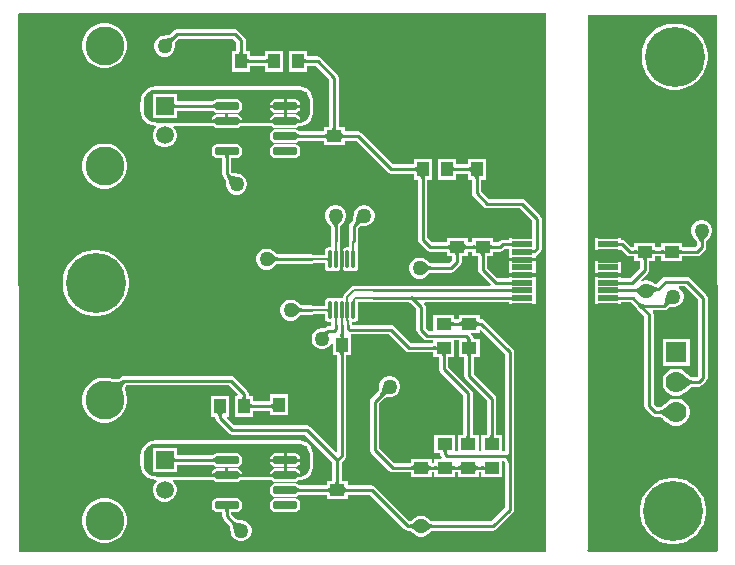
<source format=gtl>
G04*
G04 #@! TF.GenerationSoftware,Altium Limited,Altium Designer,25.5.2 (35)*
G04*
G04 Layer_Physical_Order=1*
G04 Layer_Color=255*
%FSLAX44Y44*%
%MOMM*%
G71*
G04*
G04 #@! TF.SameCoordinates,747CCF99-A89D-410B-911D-7770042ED889*
G04*
G04*
G04 #@! TF.FilePolarity,Positive*
G04*
G01*
G75*
%ADD16C,0.2032*%
%ADD17C,0.2540*%
G04:AMPARAMS|DCode=19|XSize=1.47mm|YSize=0.28mm|CornerRadius=0.035mm|HoleSize=0mm|Usage=FLASHONLY|Rotation=270.000|XOffset=0mm|YOffset=0mm|HoleType=Round|Shape=RoundedRectangle|*
%AMROUNDEDRECTD19*
21,1,1.4700,0.2100,0,0,270.0*
21,1,1.4000,0.2800,0,0,270.0*
1,1,0.0700,-0.1050,-0.7000*
1,1,0.0700,-0.1050,0.7000*
1,1,0.0700,0.1050,0.7000*
1,1,0.0700,0.1050,-0.7000*
%
%ADD19ROUNDEDRECTD19*%
G04:AMPARAMS|DCode=20|XSize=1.97mm|YSize=0.6mm|CornerRadius=0.075mm|HoleSize=0mm|Usage=FLASHONLY|Rotation=0.000|XOffset=0mm|YOffset=0mm|HoleType=Round|Shape=RoundedRectangle|*
%AMROUNDEDRECTD20*
21,1,1.9700,0.4500,0,0,0.0*
21,1,1.8200,0.6000,0,0,0.0*
1,1,0.1500,0.9100,-0.2250*
1,1,0.1500,-0.9100,-0.2250*
1,1,0.1500,-0.9100,0.2250*
1,1,0.1500,0.9100,0.2250*
%
%ADD20ROUNDEDRECTD20*%
%ADD21R,1.2700X1.0160*%
%ADD22R,1.0160X1.2700*%
%ADD23R,1.7020X0.4752*%
%ADD38C,3.3000*%
%ADD39C,1.5000*%
%ADD40R,1.5000X1.5000*%
%ADD41C,5.0800*%
%ADD42C,1.7780*%
%ADD43R,1.7780X1.7780*%
%ADD44C,0.7620*%
%ADD45C,1.2700*%
G36*
X850898Y257439D02*
X850001Y256540D01*
X740799D01*
X740313Y257713D01*
X740410Y257810D01*
Y711200D01*
X849630D01*
X850898Y257439D01*
D02*
G37*
G36*
X704850Y256540D02*
X259080D01*
X257810Y711200D01*
X259080Y712470D01*
X704850D01*
Y256540D01*
D02*
G37*
%LPC*%
G36*
X816269Y703580D02*
X811871D01*
X807527Y702892D01*
X803345Y701533D01*
X799426Y699536D01*
X795868Y696951D01*
X792759Y693842D01*
X790174Y690284D01*
X788177Y686365D01*
X786818Y682183D01*
X786130Y677839D01*
Y673441D01*
X786818Y669097D01*
X788177Y664915D01*
X790174Y660996D01*
X792759Y657438D01*
X795868Y654329D01*
X799426Y651744D01*
X803345Y649747D01*
X807527Y648388D01*
X811871Y647700D01*
X816269D01*
X820613Y648388D01*
X824795Y649747D01*
X828714Y651744D01*
X832272Y654329D01*
X835381Y657438D01*
X837966Y660996D01*
X839963Y664915D01*
X841322Y669097D01*
X842010Y673441D01*
Y677839D01*
X841322Y682183D01*
X839963Y686365D01*
X837966Y690284D01*
X835381Y693842D01*
X832272Y696951D01*
X828714Y699536D01*
X824795Y701533D01*
X820613Y702892D01*
X816269Y703580D01*
D02*
G37*
G36*
X838100Y537210D02*
X835760D01*
X833499Y536604D01*
X831471Y535434D01*
X829816Y533779D01*
X828646Y531751D01*
X828040Y529490D01*
Y527150D01*
X828646Y524889D01*
X829816Y522861D01*
X830485Y522193D01*
X830598Y522011D01*
X831677Y520864D01*
X832048Y520407D01*
X832368Y519964D01*
X832620Y519562D01*
X832809Y519204D01*
X832938Y518898D01*
X833016Y518644D01*
X833045Y518492D01*
Y515959D01*
X831511Y514425D01*
X820420D01*
Y518160D01*
X802640D01*
Y514425D01*
X797560D01*
Y518160D01*
X779780D01*
Y514425D01*
X777579D01*
X772477Y519527D01*
X771217Y520369D01*
X769730Y520664D01*
X768439D01*
Y521696D01*
X746339D01*
Y511864D01*
X768439D01*
X768439Y511864D01*
Y511864D01*
X769563Y511453D01*
X773223Y507793D01*
X774483Y506951D01*
X775970Y506655D01*
X779780D01*
Y502920D01*
X784785D01*
Y496909D01*
X776041Y488165D01*
X768439D01*
Y489196D01*
X746339D01*
Y479364D01*
Y472864D01*
Y466364D01*
X768439D01*
Y467396D01*
X776890D01*
X782213Y462073D01*
X788595Y455690D01*
Y379730D01*
X788891Y378243D01*
X789733Y376983D01*
X794813Y371903D01*
X796073Y371061D01*
X797560Y370765D01*
X801405D01*
X801413Y370765D01*
X801720Y370694D01*
X802132Y370544D01*
X802640Y370300D01*
X803230Y369953D01*
X803894Y369500D01*
X804601Y368956D01*
X806269Y367477D01*
X807170Y366586D01*
X807375Y366450D01*
X808322Y365504D01*
X810928Y363999D01*
X813835Y363220D01*
X816845D01*
X819752Y363999D01*
X822358Y365504D01*
X824486Y367632D01*
X825991Y370238D01*
X826770Y373145D01*
Y376155D01*
X825991Y379062D01*
X824486Y381668D01*
X822358Y383796D01*
X819752Y385301D01*
X816845Y386080D01*
X813835D01*
X810928Y385301D01*
X808322Y383796D01*
X807375Y382850D01*
X807170Y382715D01*
X806269Y381823D01*
X804601Y380344D01*
X803894Y379800D01*
X803230Y379347D01*
X802640Y379000D01*
X802132Y378756D01*
X801720Y378606D01*
X801413Y378535D01*
X801405Y378535D01*
X799169D01*
X796365Y381339D01*
Y457300D01*
X796069Y458786D01*
X795481Y459665D01*
X796008Y460935D01*
X805180D01*
X806667Y461231D01*
X807927Y462073D01*
X808597Y462743D01*
X808726Y462831D01*
X808960Y462954D01*
X809269Y463080D01*
X809654Y463200D01*
X810117Y463306D01*
X810624Y463387D01*
X811988Y463493D01*
X812762Y463501D01*
X812998Y463550D01*
X813970D01*
X816231Y464156D01*
X818259Y465326D01*
X819914Y466981D01*
X821084Y469009D01*
X821690Y471270D01*
Y473610D01*
X821084Y475871D01*
X819914Y477899D01*
X818259Y479554D01*
X817511Y479985D01*
X817851Y481255D01*
X822621D01*
X834315Y469561D01*
Y405469D01*
X832781Y403935D01*
X829275D01*
X829267Y403935D01*
X828960Y404006D01*
X828548Y404156D01*
X828040Y404400D01*
X827450Y404747D01*
X826786Y405200D01*
X826079Y405744D01*
X824411Y407223D01*
X823510Y408115D01*
X823305Y408250D01*
X822358Y409196D01*
X819752Y410701D01*
X816845Y411480D01*
X813835D01*
X810928Y410701D01*
X808322Y409196D01*
X806194Y407068D01*
X804689Y404462D01*
X803910Y401555D01*
Y398545D01*
X804689Y395638D01*
X806194Y393032D01*
X808322Y390904D01*
X810928Y389399D01*
X813835Y388620D01*
X816845D01*
X819752Y389399D01*
X822358Y390904D01*
X823305Y391850D01*
X823510Y391986D01*
X824411Y392877D01*
X826079Y394356D01*
X826786Y394900D01*
X827450Y395353D01*
X828040Y395700D01*
X828548Y395944D01*
X828960Y396094D01*
X829267Y396165D01*
X829275Y396165D01*
X834390D01*
X835877Y396461D01*
X837137Y397303D01*
X840947Y401113D01*
X841789Y402373D01*
X842085Y403860D01*
Y471170D01*
X841789Y472657D01*
X840947Y473917D01*
X826977Y487887D01*
X825717Y488729D01*
X824230Y489025D01*
X806450D01*
X804963Y488729D01*
X803703Y487887D01*
X798692Y482876D01*
X798051Y483122D01*
X797608Y483333D01*
X795641Y484470D01*
X795412Y484621D01*
X795399Y484634D01*
X795342Y484666D01*
X794918Y484946D01*
X794718Y485027D01*
X793371Y485804D01*
X791110Y486410D01*
X788770D01*
X786509Y485804D01*
X786403Y485743D01*
X785623Y486759D01*
X791417Y492553D01*
X792259Y493813D01*
X792555Y495300D01*
Y502920D01*
X797560D01*
Y506655D01*
X802640D01*
Y502920D01*
X820420D01*
Y506655D01*
X833120D01*
X834607Y506951D01*
X835867Y507793D01*
X839677Y511603D01*
X840519Y512863D01*
X840815Y514350D01*
Y518492D01*
X840844Y518644D01*
X840922Y518898D01*
X841051Y519204D01*
X841240Y519562D01*
X841492Y519964D01*
X841793Y520380D01*
X842682Y521419D01*
X843224Y521972D01*
X843356Y522174D01*
X844044Y522861D01*
X845214Y524889D01*
X845820Y527150D01*
Y529490D01*
X845214Y531751D01*
X844044Y533779D01*
X842389Y535434D01*
X840361Y536604D01*
X838100Y537210D01*
D02*
G37*
G36*
X768439Y502196D02*
X746339D01*
Y492364D01*
X768439D01*
Y502196D01*
D02*
G37*
G36*
X826770Y436880D02*
X803910D01*
Y414020D01*
X826770D01*
Y436880D01*
D02*
G37*
G36*
X814999Y318770D02*
X810601D01*
X806257Y318082D01*
X802075Y316723D01*
X798156Y314726D01*
X794598Y312141D01*
X791489Y309032D01*
X788904Y305474D01*
X786907Y301555D01*
X785548Y297373D01*
X784860Y293029D01*
Y288631D01*
X785548Y284287D01*
X786907Y280105D01*
X788904Y276186D01*
X791489Y272628D01*
X794598Y269519D01*
X798156Y266934D01*
X802075Y264937D01*
X806257Y263578D01*
X810601Y262890D01*
X814999D01*
X819343Y263578D01*
X823525Y264937D01*
X827444Y266934D01*
X831002Y269519D01*
X834111Y272628D01*
X836696Y276186D01*
X838693Y280105D01*
X840052Y284287D01*
X840740Y288631D01*
Y293029D01*
X840052Y297373D01*
X838693Y301555D01*
X836696Y305474D01*
X834111Y309032D01*
X831002Y312141D01*
X827444Y314726D01*
X823525Y316723D01*
X819343Y318082D01*
X814999Y318770D01*
D02*
G37*
%LPD*%
G36*
X840772Y523170D02*
X839756Y521983D01*
X839343Y521412D01*
X838994Y520855D01*
X838708Y520312D01*
X838486Y519785D01*
X838327Y519271D01*
X838232Y518773D01*
X838200Y518288D01*
X835660D01*
X835628Y518773D01*
X835533Y519271D01*
X835374Y519785D01*
X835152Y520312D01*
X834866Y520855D01*
X834517Y521412D01*
X834104Y521983D01*
X833628Y522569D01*
X832485Y523785D01*
X841375D01*
X840772Y523170D01*
D02*
G37*
G36*
X817875Y512839D02*
X817951Y512623D01*
X818078Y512432D01*
X818256Y512267D01*
X818484Y512127D01*
X818764Y512013D01*
X819094Y511924D01*
X819475Y511861D01*
X819907Y511823D01*
X820389Y511810D01*
Y509270D01*
X819907Y509257D01*
X819475Y509219D01*
X819094Y509156D01*
X818764Y509067D01*
X818484Y508952D01*
X818256Y508813D01*
X818078Y508648D01*
X817951Y508457D01*
X817875Y508241D01*
X817850Y508000D01*
Y513080D01*
X817875Y512839D01*
D02*
G37*
G36*
X805241Y508000D02*
X805215Y508241D01*
X805138Y508457D01*
X805010Y508648D01*
X804830Y508813D01*
X804598Y508952D01*
X804316Y509067D01*
X803981Y509156D01*
X803596Y509219D01*
X803159Y509257D01*
X802671Y509270D01*
Y511810D01*
X803159Y511823D01*
X803596Y511861D01*
X803981Y511924D01*
X804316Y512013D01*
X804598Y512127D01*
X804830Y512267D01*
X805010Y512432D01*
X805138Y512623D01*
X805215Y512839D01*
X805241Y513080D01*
Y508000D01*
D02*
G37*
G36*
X795015Y512839D02*
X795091Y512623D01*
X795218Y512432D01*
X795396Y512267D01*
X795624Y512127D01*
X795904Y512013D01*
X796234Y511924D01*
X796615Y511861D01*
X797047Y511823D01*
X797530Y511810D01*
Y509270D01*
X797047Y509257D01*
X796615Y509219D01*
X796234Y509156D01*
X795904Y509067D01*
X795624Y508952D01*
X795396Y508813D01*
X795218Y508648D01*
X795091Y508457D01*
X795015Y508241D01*
X794989Y508000D01*
Y513080D01*
X795015Y512839D01*
D02*
G37*
G36*
X782381Y508000D02*
X782355Y508241D01*
X782278Y508457D01*
X782150Y508648D01*
X781970Y508813D01*
X781738Y508952D01*
X781456Y509067D01*
X781121Y509156D01*
X780736Y509219D01*
X780299Y509257D01*
X779810Y509270D01*
Y511810D01*
X780299Y511823D01*
X780736Y511861D01*
X781121Y511924D01*
X781456Y512013D01*
X781738Y512127D01*
X781970Y512267D01*
X782150Y512432D01*
X782278Y512623D01*
X782355Y512839D01*
X782381Y513080D01*
Y508000D01*
D02*
G37*
G36*
X790969Y505495D02*
X790753Y505418D01*
X790562Y505290D01*
X790397Y505110D01*
X790257Y504878D01*
X790143Y504596D01*
X790054Y504261D01*
X789991Y503876D01*
X789953Y503439D01*
X789940Y502951D01*
X787400D01*
X787387Y503439D01*
X787349Y503876D01*
X787286Y504261D01*
X787197Y504596D01*
X787083Y504878D01*
X786943Y505110D01*
X786778Y505290D01*
X786587Y505418D01*
X786371Y505495D01*
X786130Y505521D01*
X791210D01*
X790969Y505495D01*
D02*
G37*
G36*
X794280Y482265D02*
X796401Y481040D01*
X797028Y480741D01*
X798164Y480305D01*
X798672Y480169D01*
X799141Y480087D01*
X799570Y480060D01*
X800100Y477520D01*
X799584Y477486D01*
X799076Y477382D01*
X798574Y477210D01*
X798081Y476968D01*
X797594Y476658D01*
X797115Y476279D01*
X796643Y475830D01*
X796179Y475313D01*
X795722Y474727D01*
X795272Y474072D01*
X793494Y482782D01*
X794280Y482265D01*
D02*
G37*
G36*
X785315Y473169D02*
X784717Y473779D01*
X783557Y474807D01*
X782996Y475224D01*
X782447Y475577D01*
X781909Y475866D01*
X781385Y476091D01*
X780872Y476252D01*
X780371Y476348D01*
X779883Y476380D01*
X779936Y478920D01*
X780416Y478951D01*
X780913Y479045D01*
X781427Y479202D01*
X781958Y479422D01*
X782505Y479704D01*
X783070Y480049D01*
X783651Y480457D01*
X784250Y480928D01*
X785497Y482057D01*
X785315Y473169D01*
D02*
G37*
G36*
X812737Y466090D02*
X811875Y466082D01*
X810317Y465961D01*
X809622Y465849D01*
X808981Y465702D01*
X808395Y465521D01*
X807865Y465304D01*
X807389Y465054D01*
X806969Y464768D01*
X806605Y464449D01*
X804809Y466245D01*
X805128Y466609D01*
X805414Y467029D01*
X805665Y467505D01*
X805881Y468035D01*
X806062Y468621D01*
X806209Y469262D01*
X806321Y469957D01*
X806399Y470709D01*
X806450Y472377D01*
X812737Y466090D01*
D02*
G37*
G36*
X784056Y467545D02*
X784438Y467239D01*
X784834Y466970D01*
X785245Y466737D01*
X785672Y466539D01*
X786113Y466377D01*
X786569Y466252D01*
X787039Y466162D01*
X787525Y466108D01*
X788026Y466090D01*
X790566Y463550D01*
X790101Y463532D01*
X789723Y463478D01*
X789432Y463388D01*
X789227Y463263D01*
X789110Y463101D01*
X789079Y462903D01*
X789134Y462670D01*
X789277Y462401D01*
X789506Y462095D01*
X789822Y461754D01*
X784062Y463922D01*
X783690Y467886D01*
X784056Y467545D01*
D02*
G37*
G36*
X822640Y405332D02*
X824428Y403747D01*
X825265Y403103D01*
X826062Y402558D01*
X826821Y402113D01*
X827542Y401766D01*
X828224Y401518D01*
X828868Y401370D01*
X829473Y401320D01*
Y398780D01*
X828868Y398731D01*
X828224Y398582D01*
X827542Y398334D01*
X826821Y397988D01*
X826062Y397542D01*
X825265Y396997D01*
X824428Y396353D01*
X822640Y394768D01*
X821689Y393827D01*
Y406273D01*
X822640Y405332D01*
D02*
G37*
G36*
X808991Y368427D02*
X808040Y369368D01*
X806252Y370953D01*
X805415Y371597D01*
X804618Y372142D01*
X803859Y372588D01*
X803138Y372934D01*
X802456Y373182D01*
X801812Y373330D01*
X801207Y373380D01*
Y375920D01*
X801812Y375970D01*
X802456Y376118D01*
X803138Y376366D01*
X803859Y376712D01*
X804618Y377158D01*
X805415Y377703D01*
X806252Y378347D01*
X808040Y379932D01*
X808991Y380873D01*
Y368427D01*
D02*
G37*
%LPC*%
G36*
X333345Y703970D02*
X329595D01*
X325916Y703238D01*
X322451Y701803D01*
X319333Y699719D01*
X316681Y697067D01*
X314597Y693949D01*
X313162Y690484D01*
X312430Y686805D01*
Y683055D01*
X313162Y679376D01*
X314597Y675911D01*
X316681Y672793D01*
X319333Y670141D01*
X322451Y668057D01*
X325916Y666621D01*
X329595Y665890D01*
X333345D01*
X337024Y666621D01*
X340489Y668057D01*
X343607Y670141D01*
X346259Y672793D01*
X348343Y675911D01*
X349778Y679376D01*
X350510Y683055D01*
Y686805D01*
X349778Y690484D01*
X348343Y693949D01*
X346259Y697067D01*
X343607Y699719D01*
X340489Y701803D01*
X337024Y703238D01*
X333345Y703970D01*
D02*
G37*
G36*
X441960Y698575D02*
X392430D01*
X390943Y698279D01*
X389683Y697437D01*
X386473Y694227D01*
X386344Y694139D01*
X386110Y694016D01*
X385801Y693890D01*
X385416Y693770D01*
X384953Y693664D01*
X384446Y693583D01*
X383082Y693477D01*
X382308Y693469D01*
X382072Y693420D01*
X381100D01*
X378839Y692814D01*
X376811Y691644D01*
X375156Y689989D01*
X373986Y687961D01*
X373380Y685700D01*
Y683360D01*
X373986Y681099D01*
X375156Y679071D01*
X376811Y677416D01*
X378839Y676246D01*
X381100Y675640D01*
X383440D01*
X385701Y676246D01*
X387729Y677416D01*
X389384Y679071D01*
X390554Y681099D01*
X391160Y683360D01*
Y684305D01*
X391208Y684514D01*
X391257Y686088D01*
X391317Y686673D01*
X391404Y687213D01*
X391510Y687676D01*
X391630Y688061D01*
X391756Y688370D01*
X391879Y688605D01*
X391967Y688733D01*
X394039Y690805D01*
X440351D01*
X443155Y688001D01*
Y680720D01*
X439420D01*
Y662940D01*
X454660D01*
Y667945D01*
X467360D01*
Y662940D01*
X482600D01*
Y680720D01*
X467360D01*
Y675715D01*
X454660D01*
Y680720D01*
X450925D01*
Y689610D01*
X450629Y691097D01*
X449787Y692357D01*
X444707Y697437D01*
X443447Y698279D01*
X441960Y698575D01*
D02*
G37*
G36*
X374919Y650352D02*
X371534Y649906D01*
X368379Y648599D01*
X365670Y646520D01*
X363591Y643811D01*
X362284Y640656D01*
X362162Y639729D01*
X362102Y639297D01*
X362035Y639127D01*
X362009Y638795D01*
X361995Y638733D01*
X361967Y638251D01*
X361947Y638099D01*
X361947Y638100D01*
X361967Y638251D01*
X361982Y638497D01*
X361947Y638100D01*
X361838Y637271D01*
X361875D01*
X361875Y636994D01*
Y630189D01*
X361838D01*
X362284Y626804D01*
X363591Y623649D01*
X365670Y620939D01*
X368379Y618861D01*
X371534Y617554D01*
X374684Y617139D01*
X375077Y616473D01*
X375217Y615875D01*
X374436Y615095D01*
X373114Y612805D01*
X372430Y610252D01*
Y607608D01*
X373114Y605055D01*
X374436Y602765D01*
X376305Y600896D01*
X378595Y599574D01*
X381148Y598890D01*
X383792D01*
X386345Y599574D01*
X388635Y600896D01*
X390504Y602765D01*
X391826Y605055D01*
X392510Y607608D01*
Y610252D01*
X391826Y612805D01*
X390504Y615095D01*
X389724Y615875D01*
X390249Y617145D01*
X423075D01*
X423568Y616408D01*
X424656Y615681D01*
X425940Y615425D01*
X444140D01*
X445424Y615681D01*
X446512Y616408D01*
X447005Y617145D01*
X472475D01*
X472968Y616408D01*
X474056Y615681D01*
X475340Y615425D01*
X493540D01*
X494824Y615681D01*
X495912Y616408D01*
X496405Y617145D01*
X498077D01*
Y617138D01*
X500565Y617465D01*
X502884Y618426D01*
X504876Y619954D01*
X506404Y621945D01*
X507364Y624264D01*
X507692Y626753D01*
X507684D01*
X507684Y626754D01*
Y639232D01*
X507684Y639234D01*
X507705D01*
X507326Y642107D01*
X506217Y644784D01*
X504453Y647083D01*
X502154Y648848D01*
X499476Y649957D01*
X496603Y650335D01*
Y650315D01*
X374919D01*
Y650352D01*
D02*
G37*
G36*
X502920Y680720D02*
X487680D01*
Y662940D01*
X502920D01*
Y667945D01*
X510201D01*
X521895Y656251D01*
Y615950D01*
X516890D01*
Y612215D01*
X496405D01*
X495912Y612952D01*
X494824Y613679D01*
X493540Y613935D01*
X475340D01*
X474056Y613679D01*
X472968Y612952D01*
X472241Y611864D01*
X471986Y610580D01*
Y606080D01*
X472241Y604796D01*
X472968Y603708D01*
X474056Y602981D01*
X475340Y602725D01*
X493540D01*
X494824Y602981D01*
X495912Y603708D01*
X496405Y604445D01*
X516890D01*
Y600710D01*
X534670D01*
Y604445D01*
X544491D01*
X571293Y577643D01*
X572553Y576801D01*
X574040Y576505D01*
X593090D01*
Y571500D01*
X596825D01*
Y520700D01*
X597121Y519213D01*
X597963Y517953D01*
X604313Y511603D01*
X605573Y510761D01*
X607060Y510465D01*
X621030D01*
Y506730D01*
X626035D01*
Y503259D01*
X623231Y500455D01*
X607998D01*
X607846Y500484D01*
X607593Y500562D01*
X607286Y500691D01*
X606928Y500880D01*
X606526Y501132D01*
X606110Y501432D01*
X605071Y502322D01*
X604518Y502864D01*
X604316Y502996D01*
X603629Y503684D01*
X601601Y504854D01*
X599340Y505460D01*
X597000D01*
X594739Y504854D01*
X592711Y503684D01*
X591056Y502029D01*
X589886Y500001D01*
X589280Y497740D01*
Y495400D01*
X589886Y493139D01*
X591056Y491111D01*
X592711Y489456D01*
X594739Y488286D01*
X597000Y487680D01*
X599340D01*
X601601Y488286D01*
X603629Y489456D01*
X604297Y490125D01*
X604479Y490238D01*
X605626Y491317D01*
X606082Y491688D01*
X606526Y492008D01*
X606928Y492260D01*
X607286Y492449D01*
X607593Y492578D01*
X607846Y492656D01*
X607998Y492685D01*
X624840D01*
X626327Y492981D01*
X627587Y493823D01*
X632667Y498903D01*
X633509Y500163D01*
X633805Y501650D01*
Y506730D01*
X638810D01*
Y510465D01*
X642620D01*
Y506730D01*
X647625D01*
Y495300D01*
X647921Y493813D01*
X648763Y492553D01*
X658478Y482838D01*
X657992Y481665D01*
X558800D01*
X557498Y481406D01*
X542550D01*
X542550Y481406D01*
X541163Y481130D01*
X539986Y480344D01*
X539986Y480344D01*
X534610Y474968D01*
X533824Y473792D01*
X533548Y472404D01*
X533548Y472404D01*
Y471349D01*
X533180Y471047D01*
X531080D01*
X529952Y470822D01*
X529630Y470607D01*
X529308Y470822D01*
X528180Y471047D01*
X526080D01*
X524952Y470822D01*
X524630Y470607D01*
X524308Y470822D01*
X523180Y471047D01*
X521080D01*
X519952Y470822D01*
X518996Y470184D01*
X518358Y469228D01*
X518133Y468100D01*
Y464636D01*
X508032D01*
X506730Y464895D01*
X498778D01*
X498626Y464924D01*
X498372Y465002D01*
X498066Y465131D01*
X497708Y465320D01*
X497306Y465572D01*
X496890Y465872D01*
X495851Y466762D01*
X495298Y467304D01*
X495096Y467436D01*
X494409Y468124D01*
X492381Y469294D01*
X490120Y469900D01*
X487780D01*
X485519Y469294D01*
X483491Y468124D01*
X481836Y466469D01*
X480666Y464441D01*
X480060Y462180D01*
Y459840D01*
X480666Y457579D01*
X481836Y455551D01*
X483491Y453896D01*
X485519Y452726D01*
X487780Y452120D01*
X490120D01*
X492381Y452726D01*
X494409Y453896D01*
X495077Y454565D01*
X495259Y454678D01*
X496406Y455757D01*
X496862Y456128D01*
X497306Y456448D01*
X497708Y456700D01*
X498066Y456889D01*
X498372Y457018D01*
X498626Y457096D01*
X498778Y457125D01*
X506730D01*
X508032Y457384D01*
X518133D01*
Y454100D01*
X518358Y452972D01*
X518996Y452016D01*
X519952Y451378D01*
X521080Y451153D01*
X523180D01*
X523424Y450953D01*
Y449612D01*
X523165Y448310D01*
Y447115D01*
X520700D01*
X519213Y446819D01*
X517953Y445977D01*
X517557Y445580D01*
X517542Y445569D01*
X516790Y445770D01*
X514450D01*
X512189Y445164D01*
X510161Y443994D01*
X508506Y442339D01*
X507336Y440311D01*
X506730Y438050D01*
Y435710D01*
X507336Y433449D01*
X508506Y431421D01*
X510161Y429766D01*
X512189Y428596D01*
X514450Y427990D01*
X516790D01*
X519051Y428596D01*
X521079Y429766D01*
X522734Y431421D01*
X523240Y432298D01*
X524510Y431958D01*
Y422910D01*
X528245D01*
Y341238D01*
X527072Y340752D01*
X505667Y362157D01*
X504407Y362999D01*
X502920Y363295D01*
X441029D01*
X434657Y369667D01*
X435143Y370840D01*
X436880D01*
Y388620D01*
X421640D01*
Y370840D01*
X425375D01*
Y369570D01*
X425671Y368083D01*
X426513Y366823D01*
X436673Y356663D01*
X437933Y355821D01*
X439420Y355525D01*
X501311D01*
X524435Y332401D01*
Y316230D01*
X519430D01*
Y312495D01*
X496405D01*
X495912Y313232D01*
X494824Y313959D01*
X493540Y314214D01*
X475340D01*
X474056Y313959D01*
X472968Y313232D01*
X472241Y312144D01*
X471986Y310860D01*
Y306360D01*
X472241Y305076D01*
X472968Y303988D01*
X474056Y303261D01*
X475340Y303006D01*
X493540D01*
X494824Y303261D01*
X495912Y303988D01*
X496405Y304725D01*
X519430D01*
Y300990D01*
X537210D01*
Y304725D01*
X555921D01*
X585263Y275383D01*
X586523Y274541D01*
X588010Y274245D01*
X589612D01*
X589764Y274216D01*
X590018Y274138D01*
X590324Y274009D01*
X590682Y273820D01*
X591084Y273568D01*
X591500Y273267D01*
X592539Y272378D01*
X593092Y271836D01*
X593294Y271704D01*
X593981Y271016D01*
X596009Y269846D01*
X598270Y269240D01*
X600610D01*
X602871Y269846D01*
X604899Y271016D01*
X605567Y271685D01*
X605749Y271798D01*
X606896Y272877D01*
X607352Y273248D01*
X607796Y273568D01*
X608198Y273820D01*
X608556Y274009D01*
X608862Y274138D01*
X609116Y274216D01*
X609268Y274245D01*
X660400D01*
X661887Y274541D01*
X663147Y275383D01*
X677117Y289353D01*
X677959Y290613D01*
X678255Y292100D01*
Y334010D01*
Y425450D01*
X677959Y426937D01*
X677117Y428197D01*
X652987Y452327D01*
X651727Y453169D01*
X650240Y453465D01*
X648970D01*
Y457200D01*
X631190D01*
Y453465D01*
X627380D01*
Y457200D01*
X609600D01*
Y443305D01*
X606129D01*
X603325Y446109D01*
Y463660D01*
X603029Y465147D01*
X602375Y466126D01*
X602819Y467396D01*
X674281D01*
Y466364D01*
X696381D01*
Y472864D01*
Y479364D01*
Y489196D01*
X674281D01*
Y488165D01*
X664139D01*
X655395Y496909D01*
Y506730D01*
X660400D01*
Y510465D01*
X666283D01*
X667769Y510761D01*
X669029Y511603D01*
X670321Y512895D01*
X674281D01*
Y505364D01*
X696381D01*
Y506900D01*
X696906Y507005D01*
X698166Y507847D01*
X700398Y510079D01*
X701240Y511339D01*
X701536Y512826D01*
Y538059D01*
X701240Y539546D01*
X700398Y540806D01*
X687277Y553927D01*
X686017Y554769D01*
X684530Y555065D01*
X656929D01*
X650315Y561679D01*
Y571500D01*
X654050D01*
Y589280D01*
X638810D01*
Y584275D01*
X628650D01*
Y589280D01*
X613410D01*
Y571500D01*
X628650D01*
Y576505D01*
X638810D01*
Y571500D01*
X642545D01*
Y560070D01*
X642841Y558583D01*
X643683Y557323D01*
X652573Y548433D01*
X653833Y547591D01*
X655320Y547295D01*
X682921D01*
X693766Y536450D01*
Y521696D01*
X674281D01*
Y520664D01*
X668712D01*
X667226Y520369D01*
X665965Y519527D01*
X664673Y518235D01*
X660400D01*
Y521970D01*
X642620D01*
Y518235D01*
X638810D01*
Y521970D01*
X621030D01*
Y518235D01*
X608669D01*
X604595Y522309D01*
Y571500D01*
X608330D01*
Y589280D01*
X593090D01*
Y584275D01*
X575649D01*
X548847Y611077D01*
X547587Y611919D01*
X546100Y612215D01*
X534670D01*
Y615950D01*
X529665D01*
Y657860D01*
X529369Y659347D01*
X528527Y660607D01*
X514557Y674577D01*
X513297Y675419D01*
X511810Y675715D01*
X502920D01*
Y680720D01*
D02*
G37*
G36*
X493540Y601235D02*
X475340D01*
X474056Y600979D01*
X472968Y600252D01*
X472241Y599164D01*
X471986Y597880D01*
Y593380D01*
X472241Y592096D01*
X472968Y591008D01*
X474056Y590281D01*
X475340Y590025D01*
X493540D01*
X494824Y590281D01*
X495912Y591008D01*
X496639Y592096D01*
X496894Y593380D01*
Y597880D01*
X496639Y599164D01*
X495912Y600252D01*
X494824Y600979D01*
X493540Y601235D01*
D02*
G37*
G36*
X333345Y601970D02*
X329595D01*
X325916Y601238D01*
X322451Y599803D01*
X319333Y597719D01*
X316681Y595067D01*
X314597Y591949D01*
X313162Y588484D01*
X312430Y584805D01*
Y581055D01*
X313162Y577376D01*
X314597Y573911D01*
X316681Y570793D01*
X319333Y568141D01*
X322451Y566057D01*
X325916Y564622D01*
X329595Y563890D01*
X333345D01*
X337024Y564622D01*
X340489Y566057D01*
X343607Y568141D01*
X346259Y570793D01*
X348343Y573911D01*
X349778Y577376D01*
X350510Y581055D01*
Y584805D01*
X349778Y588484D01*
X348343Y591949D01*
X346259Y595067D01*
X343607Y597719D01*
X340489Y599803D01*
X337024Y601238D01*
X333345Y601970D01*
D02*
G37*
G36*
X444140Y601235D02*
X425940D01*
X424656Y600979D01*
X423568Y600252D01*
X422841Y599164D01*
X422586Y597880D01*
Y593380D01*
X422841Y592096D01*
X423568Y591008D01*
X424656Y590281D01*
X425940Y590025D01*
X431155D01*
Y575880D01*
X431451Y574393D01*
X432293Y573133D01*
X433533Y571893D01*
X433621Y571764D01*
X433744Y571530D01*
X433870Y571221D01*
X433990Y570836D01*
X434096Y570373D01*
X434178Y569866D01*
X434283Y568502D01*
X434291Y567728D01*
X434340Y567492D01*
Y566520D01*
X434946Y564259D01*
X436116Y562231D01*
X437771Y560576D01*
X439799Y559406D01*
X442060Y558800D01*
X444400D01*
X446661Y559406D01*
X448689Y560576D01*
X450344Y562231D01*
X451514Y564259D01*
X452120Y566520D01*
Y568860D01*
X451514Y571121D01*
X450344Y573149D01*
X448689Y574804D01*
X446661Y575974D01*
X444400Y576580D01*
X443455D01*
X443246Y576628D01*
X441672Y576677D01*
X441087Y576737D01*
X440547Y576824D01*
X440084Y576930D01*
X439699Y577050D01*
X439390Y577176D01*
X439156Y577299D01*
X439027Y577387D01*
X438925Y577489D01*
Y590025D01*
X444140D01*
X445424Y590281D01*
X446512Y591008D01*
X447239Y592096D01*
X447495Y593380D01*
Y597880D01*
X447239Y599164D01*
X446512Y600252D01*
X445424Y600979D01*
X444140Y601235D01*
D02*
G37*
G36*
X528220Y549910D02*
X525880D01*
X523619Y549304D01*
X521591Y548134D01*
X519936Y546479D01*
X518766Y544451D01*
X518160Y542190D01*
Y539850D01*
X518766Y537589D01*
X519936Y535561D01*
X520676Y534821D01*
X520797Y534634D01*
X521881Y533507D01*
X522252Y533060D01*
X522571Y532625D01*
X522823Y532230D01*
X523010Y531879D01*
X523139Y531577D01*
X523217Y531328D01*
X523246Y531176D01*
Y519430D01*
X523505Y518128D01*
Y514313D01*
X523180Y514047D01*
X521080D01*
X519952Y513822D01*
X518996Y513184D01*
X518358Y512228D01*
X518133Y511100D01*
Y507816D01*
X508032D01*
X506730Y508075D01*
X478458D01*
X478306Y508104D01*
X478052Y508182D01*
X477746Y508311D01*
X477388Y508500D01*
X476986Y508752D01*
X476570Y509053D01*
X475531Y509942D01*
X474978Y510484D01*
X474776Y510616D01*
X474089Y511304D01*
X472061Y512474D01*
X469800Y513080D01*
X467460D01*
X465199Y512474D01*
X463171Y511304D01*
X461516Y509649D01*
X460346Y507621D01*
X459740Y505360D01*
Y503020D01*
X460346Y500759D01*
X461516Y498731D01*
X463171Y497076D01*
X465199Y495906D01*
X467460Y495300D01*
X469800D01*
X472061Y495906D01*
X474089Y497076D01*
X474757Y497745D01*
X474939Y497858D01*
X476086Y498937D01*
X476543Y499308D01*
X476986Y499628D01*
X477388Y499880D01*
X477746Y500069D01*
X478052Y500198D01*
X478306Y500276D01*
X478458Y500305D01*
X506730D01*
X508032Y500564D01*
X518133D01*
Y497100D01*
X518358Y495972D01*
X518996Y495016D01*
X519952Y494378D01*
X521080Y494153D01*
X523180D01*
X524308Y494378D01*
X524630Y494593D01*
X524952Y494378D01*
X526080Y494153D01*
X528180D01*
X529308Y494378D01*
X530264Y495016D01*
X530902Y495972D01*
X531127Y497100D01*
Y511100D01*
X530902Y512228D01*
X530756Y512447D01*
Y518128D01*
X531015Y519430D01*
Y531208D01*
X531044Y531361D01*
X531123Y531618D01*
X531253Y531931D01*
X531442Y532294D01*
X531695Y532704D01*
X531996Y533129D01*
X532883Y534187D01*
X533423Y534751D01*
X533545Y534942D01*
X534164Y535561D01*
X535334Y537589D01*
X535940Y539850D01*
Y542190D01*
X535334Y544451D01*
X534164Y546479D01*
X532509Y548134D01*
X530481Y549304D01*
X528220Y549910D01*
D02*
G37*
G36*
X552350D02*
X550010D01*
X547749Y549304D01*
X545721Y548134D01*
X544066Y546479D01*
X542896Y544451D01*
X542290Y542190D01*
Y541245D01*
X542242Y541036D01*
X542193Y539462D01*
X542133Y538877D01*
X542046Y538337D01*
X541940Y537874D01*
X541820Y537489D01*
X541694Y537180D01*
X541571Y536945D01*
X541483Y536817D01*
X539543Y534877D01*
X538701Y533617D01*
X538405Y532130D01*
Y519590D01*
X538504Y519092D01*
Y514313D01*
X538180Y514047D01*
X536080D01*
X534952Y513822D01*
X533996Y513184D01*
X533358Y512228D01*
X533133Y511100D01*
Y497100D01*
X533358Y495972D01*
X533996Y495016D01*
X534952Y494378D01*
X536080Y494153D01*
X538180D01*
X539308Y494378D01*
X539630Y494593D01*
X539952Y494378D01*
X541080Y494153D01*
X543180D01*
X544308Y494378D01*
X545264Y495016D01*
X545902Y495972D01*
X546127Y497100D01*
Y511100D01*
X545902Y512228D01*
X545756Y512447D01*
Y517919D01*
X545879Y518103D01*
X546175Y519590D01*
Y530521D01*
X546977Y531323D01*
X547105Y531411D01*
X547340Y531534D01*
X547649Y531660D01*
X548034Y531780D01*
X548497Y531886D01*
X549004Y531968D01*
X550368Y532073D01*
X551142Y532081D01*
X551378Y532130D01*
X552350D01*
X554611Y532736D01*
X556639Y533906D01*
X558294Y535561D01*
X559464Y537589D01*
X560070Y539850D01*
Y542190D01*
X559464Y544451D01*
X558294Y546479D01*
X556639Y548134D01*
X554611Y549304D01*
X552350Y549910D01*
D02*
G37*
G36*
X696381Y502196D02*
X674281D01*
Y492364D01*
X696381D01*
Y502196D01*
D02*
G37*
G36*
X326049Y511810D02*
X321651D01*
X317307Y511122D01*
X313125Y509763D01*
X309206Y507766D01*
X305648Y505181D01*
X302539Y502072D01*
X299954Y498514D01*
X297957Y494595D01*
X296598Y490413D01*
X295910Y486069D01*
Y481671D01*
X296598Y477327D01*
X297957Y473145D01*
X299954Y469226D01*
X302539Y465668D01*
X305648Y462559D01*
X309206Y459974D01*
X313125Y457977D01*
X317307Y456618D01*
X321651Y455930D01*
X326049D01*
X330393Y456618D01*
X334575Y457977D01*
X338494Y459974D01*
X342052Y462559D01*
X345161Y465668D01*
X347746Y469226D01*
X349743Y473145D01*
X351102Y477327D01*
X351790Y481671D01*
Y486069D01*
X351102Y490413D01*
X349743Y494595D01*
X347746Y498514D01*
X345161Y502072D01*
X342052Y505181D01*
X338494Y507766D01*
X334575Y509763D01*
X330393Y511122D01*
X326049Y511810D01*
D02*
G37*
G36*
X438150Y405205D02*
X347980D01*
X346493Y404909D01*
X345417Y404190D01*
X345375Y404165D01*
X345356Y404149D01*
X345233Y404067D01*
X345025Y403859D01*
X344734Y403604D01*
X344180Y403236D01*
X343571Y402942D01*
X342889Y402716D01*
X342119Y402563D01*
X341250Y402489D01*
X340278Y402504D01*
X339201Y402616D01*
X338021Y402833D01*
X337221Y403037D01*
X337024Y403118D01*
X333345Y403850D01*
X329595D01*
X325916Y403118D01*
X322451Y401683D01*
X319333Y399599D01*
X316681Y396947D01*
X314597Y393829D01*
X313162Y390364D01*
X312430Y386685D01*
Y382935D01*
X313162Y379256D01*
X314597Y375791D01*
X316681Y372673D01*
X319333Y370021D01*
X322451Y367937D01*
X325916Y366502D01*
X329595Y365770D01*
X333345D01*
X337024Y366502D01*
X340489Y367937D01*
X343607Y370021D01*
X346259Y372673D01*
X348343Y375791D01*
X349778Y379256D01*
X350510Y382935D01*
Y386685D01*
X349778Y390364D01*
X349697Y390561D01*
X349493Y391361D01*
X349276Y392541D01*
X349164Y393618D01*
X349149Y394590D01*
X349223Y395459D01*
X349376Y396229D01*
X349602Y396911D01*
X349855Y397435D01*
X436541D01*
X444183Y389793D01*
X443697Y388620D01*
X441960D01*
Y370840D01*
X457200D01*
Y375845D01*
X471170D01*
Y372110D01*
X486410D01*
Y389890D01*
X471170D01*
Y383615D01*
X457200D01*
Y388620D01*
X453465D01*
Y389890D01*
X453169Y391377D01*
X452327Y392637D01*
X440897Y404067D01*
X439637Y404909D01*
X438150Y405205D01*
D02*
G37*
G36*
X374919Y350632D02*
X371534Y350186D01*
X368379Y348879D01*
X365670Y346800D01*
X363591Y344091D01*
X362284Y340936D01*
X361838Y337551D01*
X361875D01*
Y330469D01*
X361838D01*
X362284Y327084D01*
X363591Y323929D01*
X365670Y321219D01*
X368379Y319141D01*
X371534Y317834D01*
X374919Y317388D01*
X375528Y316370D01*
X375617Y316155D01*
X374436Y314975D01*
X373114Y312686D01*
X372430Y310132D01*
Y307488D01*
X373114Y304935D01*
X374436Y302645D01*
X376305Y300776D01*
X378595Y299454D01*
X381148Y298770D01*
X383792D01*
X386345Y299454D01*
X388635Y300776D01*
X390504Y302645D01*
X391826Y304935D01*
X392510Y307488D01*
Y310132D01*
X391826Y312686D01*
X390504Y314975D01*
X389324Y316155D01*
X389850Y317425D01*
X423075D01*
X423568Y316688D01*
X424656Y315961D01*
X425940Y315706D01*
X444140D01*
X445424Y315961D01*
X446512Y316688D01*
X447005Y317425D01*
X472475D01*
X472968Y316688D01*
X474056Y315961D01*
X475340Y315706D01*
X493540D01*
X494824Y315961D01*
X495912Y316688D01*
X496405Y317425D01*
X498077D01*
Y317418D01*
X500565Y317745D01*
X502884Y318706D01*
X504876Y320234D01*
X506404Y322225D01*
X507364Y324544D01*
X507692Y327033D01*
X507684D01*
X507684Y327034D01*
Y339512D01*
X507684Y339514D01*
X507705D01*
X507326Y342387D01*
X506217Y345064D01*
X504453Y347363D01*
X502154Y349128D01*
X499476Y350237D01*
X496603Y350615D01*
X496603Y350595D01*
X374919D01*
Y350632D01*
D02*
G37*
G36*
X493540Y301514D02*
X475340D01*
X474056Y301259D01*
X472968Y300532D01*
X472241Y299444D01*
X471986Y298160D01*
Y293660D01*
X472241Y292376D01*
X472968Y291288D01*
X474056Y290561D01*
X475340Y290306D01*
X493540D01*
X494824Y290561D01*
X495912Y291288D01*
X496639Y292376D01*
X496894Y293660D01*
Y298160D01*
X496639Y299444D01*
X495912Y300532D01*
X494824Y301259D01*
X493540Y301514D01*
D02*
G37*
G36*
X444140D02*
X425940D01*
X424656Y301259D01*
X423568Y300532D01*
X422841Y299444D01*
X422586Y298160D01*
Y293660D01*
X422841Y292376D01*
X423568Y291288D01*
X424656Y290561D01*
X425940Y290306D01*
X431155D01*
Y286320D01*
X431451Y284833D01*
X432293Y283573D01*
X437343Y278523D01*
X437431Y278395D01*
X437554Y278160D01*
X437680Y277851D01*
X437800Y277466D01*
X437906Y277003D01*
X437988Y276496D01*
X438093Y275132D01*
X438101Y274358D01*
X438150Y274122D01*
Y273150D01*
X438756Y270889D01*
X439926Y268861D01*
X441581Y267206D01*
X443609Y266036D01*
X445870Y265430D01*
X448210D01*
X450471Y266036D01*
X452499Y267206D01*
X454154Y268861D01*
X455324Y270889D01*
X455930Y273150D01*
Y275490D01*
X455324Y277751D01*
X454154Y279779D01*
X452499Y281434D01*
X450471Y282604D01*
X448210Y283210D01*
X447265D01*
X447056Y283258D01*
X445482Y283307D01*
X444897Y283367D01*
X444357Y283454D01*
X443894Y283560D01*
X443509Y283680D01*
X443200Y283806D01*
X442966Y283929D01*
X442837Y284017D01*
X438925Y287929D01*
Y290306D01*
X444140D01*
X445424Y290561D01*
X446512Y291288D01*
X447239Y292376D01*
X447495Y293660D01*
Y298160D01*
X447239Y299444D01*
X446512Y300532D01*
X445424Y301259D01*
X444140Y301514D01*
D02*
G37*
G36*
X333345Y301850D02*
X329595D01*
X325916Y301119D01*
X322451Y299683D01*
X319333Y297600D01*
X316681Y294947D01*
X314597Y291829D01*
X313162Y288364D01*
X312430Y284685D01*
Y280935D01*
X313162Y277256D01*
X314597Y273791D01*
X316681Y270673D01*
X319333Y268021D01*
X322451Y265937D01*
X325916Y264502D01*
X329595Y263770D01*
X333345D01*
X337024Y264502D01*
X340489Y265937D01*
X343607Y268021D01*
X346259Y270673D01*
X348343Y273791D01*
X349778Y277256D01*
X350510Y280935D01*
Y284685D01*
X349778Y288364D01*
X348343Y291829D01*
X346259Y294947D01*
X343607Y297600D01*
X340489Y299683D01*
X337024Y301119D01*
X333345Y301850D01*
D02*
G37*
%LPD*%
G36*
X390261Y690725D02*
X389942Y690361D01*
X389656Y689941D01*
X389406Y689465D01*
X389189Y688935D01*
X389008Y688349D01*
X388861Y687709D01*
X388749Y687013D01*
X388671Y686261D01*
X388620Y684594D01*
X382333Y690880D01*
X383195Y690888D01*
X384753Y691009D01*
X385448Y691121D01*
X386089Y691268D01*
X386675Y691449D01*
X387205Y691665D01*
X387681Y691916D01*
X388101Y692202D01*
X388465Y692522D01*
X390261Y690725D01*
D02*
G37*
G36*
X448323Y680201D02*
X448361Y679764D01*
X448424Y679379D01*
X448513Y679044D01*
X448628Y678762D01*
X448767Y678530D01*
X448932Y678350D01*
X449123Y678222D01*
X449339Y678145D01*
X449580Y678119D01*
X444500D01*
X444741Y678145D01*
X444957Y678222D01*
X445148Y678350D01*
X445313Y678530D01*
X445452Y678762D01*
X445567Y679044D01*
X445656Y679379D01*
X445719Y679764D01*
X445757Y680201D01*
X445770Y680689D01*
X448310D01*
X448323Y680201D01*
D02*
G37*
G36*
X469961Y669290D02*
X469935Y669531D01*
X469858Y669747D01*
X469730Y669938D01*
X469550Y670103D01*
X469318Y670242D01*
X469036Y670357D01*
X468701Y670446D01*
X468316Y670509D01*
X467879Y670547D01*
X467391Y670560D01*
Y673100D01*
X467879Y673113D01*
X468316Y673151D01*
X468701Y673214D01*
X469036Y673303D01*
X469318Y673418D01*
X469550Y673557D01*
X469730Y673722D01*
X469858Y673913D01*
X469935Y674129D01*
X469961Y674370D01*
Y669290D01*
D02*
G37*
G36*
X452085Y674129D02*
X452162Y673913D01*
X452290Y673722D01*
X452470Y673557D01*
X452702Y673418D01*
X452984Y673303D01*
X453319Y673214D01*
X453704Y673151D01*
X454141Y673113D01*
X454630Y673100D01*
Y670560D01*
X454141Y670547D01*
X453704Y670509D01*
X453319Y670446D01*
X452984Y670357D01*
X452702Y670242D01*
X452470Y670103D01*
X452290Y669938D01*
X452162Y669747D01*
X452085Y669531D01*
X452059Y669290D01*
Y674370D01*
X452085Y674129D01*
D02*
G37*
G36*
X496993Y646040D02*
X498843Y645274D01*
X500507Y644162D01*
X501922Y642747D01*
X503034Y641083D01*
X503800Y639234D01*
X504190Y637271D01*
Y629044D01*
X503848Y627327D01*
X503178Y625709D01*
X502205Y624253D01*
X500967Y623015D01*
X499511Y622042D01*
X498164Y621484D01*
X497259Y621875D01*
X496894Y622174D01*
Y623280D01*
X496639Y624564D01*
X495912Y625652D01*
X494824Y626379D01*
X493540Y626634D01*
X485710D01*
Y623757D01*
X483170D01*
Y626634D01*
X475340D01*
X474056Y626379D01*
X472968Y625652D01*
X472241Y624564D01*
X471986Y623280D01*
Y621030D01*
X447495D01*
Y623280D01*
X447239Y624564D01*
X446512Y625652D01*
X445424Y626379D01*
X444140Y626634D01*
X436310D01*
Y623757D01*
X433770D01*
Y626634D01*
X425940D01*
X424656Y626379D01*
X423568Y625652D01*
X422841Y624564D01*
X422586Y623280D01*
Y621030D01*
X374919D01*
X372956Y621420D01*
X371107Y622186D01*
X369443Y623298D01*
X368028Y624713D01*
X366916Y626377D01*
X366150Y628226D01*
X365760Y630189D01*
Y632595D01*
X365158Y633734D01*
X364561Y634269D01*
X364525Y634487D01*
X364515Y634560D01*
X364491Y634926D01*
X364490Y635000D01*
X365158Y633734D01*
X365760Y633196D01*
Y636436D01*
X364506Y635351D01*
X364585Y638672D01*
X366105Y639006D01*
X366150Y639234D01*
X366916Y641083D01*
X368028Y642747D01*
X369443Y644162D01*
X371107Y645274D01*
X372956Y646040D01*
X374919Y646430D01*
X495031D01*
X496993Y646040D01*
D02*
G37*
G36*
X494212Y623315D02*
X494291Y623102D01*
X494423Y622914D01*
X494607Y622751D01*
X494843Y622613D01*
X495132Y622500D01*
X495474Y622413D01*
X495868Y622350D01*
X496314Y622313D01*
X496814Y622300D01*
Y619760D01*
X496314Y619748D01*
X495868Y619710D01*
X495474Y619647D01*
X495132Y619560D01*
X494843Y619447D01*
X494607Y619309D01*
X494423Y619146D01*
X494291Y618958D01*
X494212Y618745D01*
X494186Y618507D01*
Y623553D01*
X494212Y623315D01*
D02*
G37*
G36*
X474694Y618507D02*
X474668Y618745D01*
X474589Y618958D01*
X474457Y619146D01*
X474273Y619309D01*
X474037Y619447D01*
X473748Y619560D01*
X473406Y619647D01*
X473012Y619710D01*
X472566Y619748D01*
X472066Y619760D01*
Y622300D01*
X472566Y622313D01*
X473012Y622350D01*
X473406Y622413D01*
X473748Y622500D01*
X474037Y622613D01*
X474273Y622751D01*
X474457Y622914D01*
X474589Y623102D01*
X474668Y623315D01*
X474694Y623553D01*
Y618507D01*
D02*
G37*
G36*
X444813Y623315D02*
X444891Y623102D01*
X445023Y622914D01*
X445207Y622751D01*
X445443Y622613D01*
X445732Y622500D01*
X446074Y622413D01*
X446468Y622350D01*
X446914Y622313D01*
X447414Y622300D01*
Y619760D01*
X446914Y619748D01*
X446468Y619710D01*
X446074Y619647D01*
X445732Y619560D01*
X445443Y619447D01*
X445207Y619309D01*
X445023Y619146D01*
X444891Y618958D01*
X444813Y618745D01*
X444786Y618507D01*
Y623553D01*
X444813Y623315D01*
D02*
G37*
G36*
X425294Y618507D02*
X425267Y618745D01*
X425189Y618958D01*
X425057Y619146D01*
X424873Y619309D01*
X424637Y619447D01*
X424348Y619560D01*
X424006Y619647D01*
X423612Y619710D01*
X423166Y619748D01*
X422666Y619760D01*
Y622300D01*
X423166Y622313D01*
X423612Y622350D01*
X424006Y622413D01*
X424348Y622500D01*
X424637Y622613D01*
X424873Y622751D01*
X425057Y622914D01*
X425189Y623102D01*
X425267Y623315D01*
X425294Y623553D01*
Y618507D01*
D02*
G37*
%LPC*%
G36*
X493540Y639334D02*
X485710D01*
Y636457D01*
X483170D01*
Y639334D01*
X475340D01*
X474056Y639079D01*
X472968Y638352D01*
X472241Y637264D01*
X471986Y635980D01*
Y635000D01*
X474863D01*
Y632460D01*
X471986D01*
Y631480D01*
X472241Y630196D01*
X472968Y629108D01*
X474056Y628381D01*
X475340Y628125D01*
X483170D01*
Y631003D01*
X485710D01*
Y628125D01*
X493540D01*
X494824Y628381D01*
X495912Y629108D01*
X496639Y630196D01*
X496894Y631480D01*
Y632460D01*
X494017D01*
Y635000D01*
X496894D01*
Y635980D01*
X496639Y637264D01*
X495912Y638352D01*
X494824Y639079D01*
X493540Y639334D01*
D02*
G37*
G36*
X392510Y643970D02*
X372430D01*
Y623890D01*
X392510D01*
Y629845D01*
X423075D01*
X423568Y629108D01*
X424656Y628381D01*
X425940Y628125D01*
X444140D01*
X445424Y628381D01*
X446512Y629108D01*
X447239Y630196D01*
X447495Y631480D01*
Y635980D01*
X447239Y637264D01*
X446512Y638352D01*
X445424Y639079D01*
X444140Y639334D01*
X425940D01*
X424656Y639079D01*
X423568Y638352D01*
X423075Y637615D01*
X392510D01*
Y643970D01*
D02*
G37*
%LPD*%
G36*
X425294Y631207D02*
X425267Y631445D01*
X425189Y631658D01*
X425057Y631846D01*
X424873Y632009D01*
X424637Y632147D01*
X424348Y632259D01*
X424006Y632347D01*
X423612Y632410D01*
X423166Y632448D01*
X422666Y632460D01*
Y635000D01*
X423166Y635013D01*
X423612Y635050D01*
X424006Y635113D01*
X424348Y635201D01*
X424637Y635313D01*
X424873Y635451D01*
X425057Y635614D01*
X425189Y635802D01*
X425267Y636015D01*
X425294Y636253D01*
Y631207D01*
D02*
G37*
G36*
X389935Y636029D02*
X390012Y635813D01*
X390140Y635622D01*
X390321Y635457D01*
X390552Y635317D01*
X390835Y635203D01*
X391169Y635114D01*
X391554Y635051D01*
X391991Y635013D01*
X392480Y635000D01*
Y632460D01*
X391991Y632447D01*
X391554Y632409D01*
X391169Y632346D01*
X390835Y632257D01*
X390552Y632142D01*
X390321Y632003D01*
X390140Y631838D01*
X390012Y631647D01*
X389935Y631431D01*
X389909Y631190D01*
Y636270D01*
X389935Y636029D01*
D02*
G37*
G36*
X500345Y674129D02*
X500422Y673913D01*
X500550Y673722D01*
X500730Y673557D01*
X500962Y673418D01*
X501244Y673303D01*
X501579Y673214D01*
X501964Y673151D01*
X502401Y673113D01*
X502890Y673100D01*
Y670560D01*
X502401Y670547D01*
X501964Y670509D01*
X501579Y670446D01*
X501244Y670357D01*
X500962Y670242D01*
X500730Y670103D01*
X500550Y669938D01*
X500422Y669747D01*
X500345Y669531D01*
X500319Y669290D01*
Y674370D01*
X500345Y674129D01*
D02*
G37*
G36*
X527063Y615431D02*
X527101Y614994D01*
X527164Y614609D01*
X527253Y614274D01*
X527368Y613992D01*
X527507Y613760D01*
X527672Y613580D01*
X527863Y613452D01*
X528079Y613375D01*
X528320Y613349D01*
X523240D01*
X523481Y613375D01*
X523697Y613452D01*
X523888Y613580D01*
X524053Y613760D01*
X524193Y613992D01*
X524307Y614274D01*
X524396Y614609D01*
X524459Y614994D01*
X524497Y615431D01*
X524510Y615919D01*
X527050D01*
X527063Y615431D01*
D02*
G37*
G36*
X494212Y610615D02*
X494291Y610402D01*
X494423Y610214D01*
X494607Y610051D01*
X494843Y609913D01*
X495132Y609800D01*
X495474Y609713D01*
X495868Y609650D01*
X496314Y609613D01*
X496814Y609600D01*
Y607060D01*
X496314Y607048D01*
X495868Y607010D01*
X495474Y606947D01*
X495132Y606860D01*
X494843Y606747D01*
X494607Y606609D01*
X494423Y606446D01*
X494291Y606258D01*
X494212Y606045D01*
X494186Y605807D01*
Y610853D01*
X494212Y610615D01*
D02*
G37*
G36*
X532125Y610629D02*
X532201Y610413D01*
X532328Y610222D01*
X532506Y610057D01*
X532734Y609917D01*
X533014Y609803D01*
X533344Y609714D01*
X533725Y609651D01*
X534157Y609613D01*
X534640Y609600D01*
Y607060D01*
X534157Y607047D01*
X533725Y607009D01*
X533344Y606946D01*
X533014Y606857D01*
X532734Y606743D01*
X532506Y606603D01*
X532328Y606438D01*
X532201Y606247D01*
X532125Y606031D01*
X532099Y605790D01*
Y610870D01*
X532125Y610629D01*
D02*
G37*
G36*
X519491Y605790D02*
X519465Y606031D01*
X519388Y606247D01*
X519260Y606438D01*
X519080Y606603D01*
X518848Y606743D01*
X518566Y606857D01*
X518231Y606946D01*
X517846Y607009D01*
X517409Y607047D01*
X516921Y607060D01*
Y609600D01*
X517409Y609613D01*
X517846Y609651D01*
X518231Y609714D01*
X518566Y609803D01*
X518848Y609917D01*
X519080Y610057D01*
X519260Y610222D01*
X519388Y610413D01*
X519465Y610629D01*
X519491Y610870D01*
Y605790D01*
D02*
G37*
G36*
X641411Y577850D02*
X641385Y578091D01*
X641308Y578307D01*
X641180Y578498D01*
X641000Y578663D01*
X640768Y578802D01*
X640486Y578917D01*
X640151Y579006D01*
X639766Y579069D01*
X639329Y579107D01*
X638840Y579120D01*
Y581660D01*
X639329Y581673D01*
X639766Y581711D01*
X640151Y581774D01*
X640486Y581863D01*
X640768Y581978D01*
X641000Y582117D01*
X641180Y582282D01*
X641308Y582473D01*
X641385Y582689D01*
X641411Y582930D01*
Y577850D01*
D02*
G37*
G36*
X626075Y582689D02*
X626152Y582473D01*
X626280Y582282D01*
X626460Y582117D01*
X626692Y581978D01*
X626974Y581863D01*
X627309Y581774D01*
X627694Y581711D01*
X628131Y581673D01*
X628619Y581660D01*
Y579120D01*
X628131Y579107D01*
X627694Y579069D01*
X627309Y579006D01*
X626974Y578917D01*
X626692Y578802D01*
X626460Y578663D01*
X626280Y578498D01*
X626152Y578307D01*
X626075Y578091D01*
X626049Y577850D01*
Y582930D01*
X626075Y582689D01*
D02*
G37*
G36*
X595691Y577850D02*
X595665Y578091D01*
X595588Y578307D01*
X595460Y578498D01*
X595280Y578663D01*
X595048Y578802D01*
X594766Y578917D01*
X594431Y579006D01*
X594046Y579069D01*
X593609Y579107D01*
X593120Y579120D01*
Y581660D01*
X593609Y581673D01*
X594046Y581711D01*
X594431Y581774D01*
X594766Y581863D01*
X595048Y581978D01*
X595280Y582117D01*
X595460Y582282D01*
X595588Y582473D01*
X595665Y582689D01*
X595691Y582930D01*
Y577850D01*
D02*
G37*
G36*
X648729Y574075D02*
X648513Y573998D01*
X648322Y573870D01*
X648157Y573690D01*
X648018Y573458D01*
X647903Y573176D01*
X647814Y572841D01*
X647751Y572456D01*
X647713Y572019D01*
X647700Y571530D01*
X645160D01*
X645147Y572019D01*
X645109Y572456D01*
X645046Y572841D01*
X644957Y573176D01*
X644843Y573458D01*
X644703Y573690D01*
X644538Y573870D01*
X644347Y573998D01*
X644131Y574075D01*
X643890Y574101D01*
X648970D01*
X648729Y574075D01*
D02*
G37*
G36*
X603009D02*
X602793Y573998D01*
X602602Y573870D01*
X602437Y573690D01*
X602298Y573458D01*
X602183Y573176D01*
X602094Y572841D01*
X602031Y572456D01*
X601993Y572019D01*
X601980Y571530D01*
X599440D01*
X599427Y572019D01*
X599389Y572456D01*
X599326Y572841D01*
X599237Y573176D01*
X599123Y573458D01*
X598983Y573690D01*
X598818Y573870D01*
X598627Y573998D01*
X598411Y574075D01*
X598170Y574101D01*
X603250D01*
X603009Y574075D01*
D02*
G37*
G36*
X657855Y516649D02*
X657931Y516433D01*
X658058Y516242D01*
X658236Y516077D01*
X658465Y515938D01*
X658744Y515823D01*
X659074Y515734D01*
X659455Y515671D01*
X659887Y515633D01*
X660369Y515620D01*
Y513080D01*
X659887Y513067D01*
X659455Y513029D01*
X659074Y512966D01*
X658744Y512877D01*
X658465Y512762D01*
X658236Y512623D01*
X658058Y512458D01*
X657931Y512267D01*
X657855Y512051D01*
X657830Y511810D01*
Y516890D01*
X657855Y516649D01*
D02*
G37*
G36*
X645221Y511810D02*
X645195Y512051D01*
X645118Y512267D01*
X644990Y512458D01*
X644810Y512623D01*
X644578Y512762D01*
X644296Y512877D01*
X643961Y512966D01*
X643576Y513029D01*
X643139Y513067D01*
X642651Y513080D01*
Y515620D01*
X643139Y515633D01*
X643576Y515671D01*
X643961Y515734D01*
X644296Y515823D01*
X644578Y515938D01*
X644810Y516077D01*
X644990Y516242D01*
X645118Y516433D01*
X645195Y516649D01*
X645221Y516890D01*
Y511810D01*
D02*
G37*
G36*
X636265Y516649D02*
X636341Y516433D01*
X636468Y516242D01*
X636646Y516077D01*
X636875Y515938D01*
X637154Y515823D01*
X637484Y515734D01*
X637865Y515671D01*
X638297Y515633D01*
X638779Y515620D01*
Y513080D01*
X638297Y513067D01*
X637865Y513029D01*
X637484Y512966D01*
X637154Y512877D01*
X636875Y512762D01*
X636646Y512623D01*
X636468Y512458D01*
X636341Y512267D01*
X636265Y512051D01*
X636240Y511810D01*
Y516890D01*
X636265Y516649D01*
D02*
G37*
G36*
X623631Y511810D02*
X623605Y512051D01*
X623528Y512267D01*
X623400Y512458D01*
X623220Y512623D01*
X622988Y512762D01*
X622706Y512877D01*
X622371Y512966D01*
X621986Y513029D01*
X621549Y513067D01*
X621060Y513080D01*
Y515620D01*
X621549Y515633D01*
X621986Y515671D01*
X622371Y515734D01*
X622706Y515823D01*
X622988Y515938D01*
X623220Y516077D01*
X623400Y516242D01*
X623528Y516433D01*
X623605Y516649D01*
X623631Y516890D01*
Y511810D01*
D02*
G37*
G36*
X653809Y509305D02*
X653593Y509228D01*
X653402Y509100D01*
X653237Y508920D01*
X653098Y508688D01*
X652983Y508406D01*
X652894Y508071D01*
X652831Y507686D01*
X652793Y507249D01*
X652780Y506760D01*
X650240D01*
X650227Y507249D01*
X650189Y507686D01*
X650126Y508071D01*
X650037Y508406D01*
X649922Y508688D01*
X649783Y508920D01*
X649618Y509100D01*
X649427Y509228D01*
X649211Y509305D01*
X648970Y509331D01*
X654050D01*
X653809Y509305D01*
D02*
G37*
G36*
X632219D02*
X632003Y509228D01*
X631812Y509100D01*
X631647Y508920D01*
X631507Y508688D01*
X631393Y508406D01*
X631304Y508071D01*
X631241Y507686D01*
X631203Y507249D01*
X631190Y506760D01*
X628650D01*
X628637Y507249D01*
X628599Y507686D01*
X628536Y508071D01*
X628447Y508406D01*
X628332Y508688D01*
X628193Y508920D01*
X628028Y509100D01*
X627837Y509228D01*
X627621Y509305D01*
X627380Y509331D01*
X632460D01*
X632219Y509305D01*
D02*
G37*
G36*
X603320Y500412D02*
X604507Y499396D01*
X605078Y498983D01*
X605635Y498634D01*
X606177Y498348D01*
X606705Y498126D01*
X607219Y497967D01*
X607718Y497872D01*
X608202Y497840D01*
Y495300D01*
X607718Y495268D01*
X607219Y495173D01*
X606705Y495014D01*
X606177Y494792D01*
X605635Y494506D01*
X605078Y494157D01*
X604507Y493744D01*
X603921Y493268D01*
X602705Y492125D01*
Y501015D01*
X603320Y500412D01*
D02*
G37*
G36*
X597426Y470010D02*
X596961Y469992D01*
X596584Y469938D01*
X596292Y469849D01*
X596088Y469723D01*
X595970Y469561D01*
X595939Y469364D01*
X595995Y469130D01*
X596137Y468861D01*
X596366Y468555D01*
X596682Y468214D01*
X593090D01*
X592723Y468555D01*
X592342Y468861D01*
X591945Y469130D01*
X591534Y469364D01*
X591108Y469561D01*
X590667Y469723D01*
X590211Y469849D01*
X589740Y469938D01*
X589254Y469992D01*
X588754Y470010D01*
X591820Y472550D01*
X597426Y470010D01*
D02*
G37*
G36*
X520765Y458978D02*
X520744Y459171D01*
X520682Y459344D01*
X520579Y459496D01*
X520435Y459628D01*
X520249Y459740D01*
X520022Y459831D01*
X519754Y459903D01*
X519445Y459953D01*
X519094Y459984D01*
X518702Y459994D01*
Y462026D01*
X519094Y462036D01*
X519445Y462067D01*
X519754Y462117D01*
X520022Y462189D01*
X520249Y462280D01*
X520435Y462392D01*
X520579Y462524D01*
X520682Y462676D01*
X520744Y462849D01*
X520765Y463042D01*
Y458978D01*
D02*
G37*
G36*
X494100Y464852D02*
X495287Y463836D01*
X495858Y463423D01*
X496415Y463074D01*
X496958Y462788D01*
X497485Y462566D01*
X497999Y462407D01*
X498498Y462312D01*
X498982Y462280D01*
Y459740D01*
X498498Y459708D01*
X497999Y459613D01*
X497485Y459454D01*
X496958Y459232D01*
X496415Y458946D01*
X495858Y458597D01*
X495287Y458184D01*
X494701Y457708D01*
X493485Y456565D01*
Y465455D01*
X494100Y464852D01*
D02*
G37*
G36*
X646425Y451879D02*
X646501Y451663D01*
X646628Y451472D01*
X646806Y451307D01*
X647035Y451167D01*
X647314Y451053D01*
X647644Y450964D01*
X648025Y450901D01*
X648457Y450863D01*
X648940Y450850D01*
Y448310D01*
X648457Y448297D01*
X648025Y448259D01*
X647644Y448196D01*
X647314Y448107D01*
X647035Y447993D01*
X646806Y447853D01*
X646628Y447688D01*
X646501Y447497D01*
X646425Y447281D01*
X646400Y447040D01*
Y452120D01*
X646425Y451879D01*
D02*
G37*
G36*
X633791Y447040D02*
X633765Y447281D01*
X633688Y447497D01*
X633560Y447688D01*
X633380Y447853D01*
X633148Y447993D01*
X632866Y448107D01*
X632531Y448196D01*
X632146Y448259D01*
X631709Y448297D01*
X631221Y448310D01*
Y450850D01*
X631709Y450863D01*
X632146Y450901D01*
X632531Y450964D01*
X632866Y451053D01*
X633148Y451167D01*
X633380Y451307D01*
X633560Y451472D01*
X633688Y451663D01*
X633765Y451879D01*
X633791Y452120D01*
Y447040D01*
D02*
G37*
G36*
X624835Y451879D02*
X624911Y451663D01*
X625038Y451472D01*
X625216Y451307D01*
X625444Y451167D01*
X625724Y451053D01*
X626054Y450964D01*
X626435Y450901D01*
X626867Y450863D01*
X627350Y450850D01*
Y448310D01*
X626867Y448297D01*
X626435Y448259D01*
X626054Y448196D01*
X625724Y448107D01*
X625444Y447993D01*
X625216Y447853D01*
X625038Y447688D01*
X624911Y447497D01*
X624835Y447281D01*
X624809Y447040D01*
Y452120D01*
X624835Y451879D01*
D02*
G37*
G36*
X521598Y442332D02*
X521377Y442099D01*
X521189Y441875D01*
X521035Y441660D01*
X520914Y441454D01*
X520826Y441258D01*
X520773Y441072D01*
X520752Y440894D01*
X520766Y440726D01*
X520813Y440568D01*
X520893Y440418D01*
X517540Y442933D01*
X517709Y442898D01*
X517890Y442898D01*
X518084Y442932D01*
X518291Y443001D01*
X518511Y443103D01*
X518743Y443240D01*
X518988Y443410D01*
X519247Y443615D01*
X519802Y444128D01*
X521598Y442332D01*
D02*
G37*
G36*
X533413Y440171D02*
X533451Y439734D01*
X533514Y439349D01*
X533603Y439014D01*
X533717Y438732D01*
X533857Y438500D01*
X534022Y438320D01*
X534213Y438192D01*
X534429Y438115D01*
X534670Y438089D01*
X529590D01*
X529831Y438115D01*
X530047Y438192D01*
X530238Y438320D01*
X530403Y438500D01*
X530542Y438732D01*
X530657Y439014D01*
X530746Y439349D01*
X530809Y439734D01*
X530847Y440171D01*
X530860Y440659D01*
X533400D01*
X533413Y440171D01*
D02*
G37*
G36*
X641363Y436361D02*
X641401Y435924D01*
X641464Y435539D01*
X641553Y435204D01*
X641667Y434922D01*
X641807Y434690D01*
X641972Y434510D01*
X642163Y434382D01*
X642379Y434305D01*
X642620Y434279D01*
X637540D01*
X637781Y434305D01*
X637997Y434382D01*
X638188Y434510D01*
X638353Y434690D01*
X638493Y434922D01*
X638607Y435204D01*
X638696Y435539D01*
X638759Y435924D01*
X638797Y436361D01*
X638810Y436850D01*
X641350D01*
X641363Y436361D01*
D02*
G37*
G36*
X558800Y467396D02*
X589174D01*
X589354Y467375D01*
X589623Y467324D01*
X589876Y467255D01*
X590116Y467167D01*
X590349Y467059D01*
X590576Y466930D01*
X590802Y466776D01*
X590944Y466662D01*
X595555Y462051D01*
Y444500D01*
X595851Y443013D01*
X596693Y441753D01*
X601773Y436673D01*
X603033Y435831D01*
X604520Y435535D01*
X609600D01*
Y433145D01*
X590889D01*
X576787Y447247D01*
X575527Y448089D01*
X574040Y448385D01*
X541080D01*
X540836Y449612D01*
Y450953D01*
X541080Y451153D01*
X543180D01*
X544308Y451378D01*
X545264Y452016D01*
X545902Y452972D01*
X546127Y454100D01*
Y467655D01*
X557498D01*
X558800Y467396D01*
D02*
G37*
G36*
X612201Y426720D02*
X612175Y426961D01*
X612098Y427177D01*
X611970Y427368D01*
X611790Y427533D01*
X611558Y427673D01*
X611276Y427787D01*
X610941Y427876D01*
X610556Y427939D01*
X610119Y427977D01*
X609631Y427990D01*
Y430530D01*
X610119Y430543D01*
X610556Y430581D01*
X610941Y430644D01*
X611276Y430733D01*
X611558Y430848D01*
X611790Y430987D01*
X611970Y431152D01*
X612098Y431343D01*
X612175Y431559D01*
X612201Y431800D01*
Y426720D01*
D02*
G37*
G36*
X534429Y425455D02*
X534213Y425379D01*
X534022Y425252D01*
X533857Y425074D01*
X533717Y424846D01*
X533603Y424566D01*
X533514Y424236D01*
X533451Y423855D01*
X533413Y423423D01*
X533400Y422940D01*
X530860D01*
X530847Y423423D01*
X530809Y423855D01*
X530746Y424236D01*
X530657Y424566D01*
X530542Y424846D01*
X530403Y425074D01*
X530238Y425252D01*
X530047Y425379D01*
X529831Y425455D01*
X529590Y425480D01*
X534670D01*
X534429Y425455D01*
D02*
G37*
G36*
X642379Y424215D02*
X642163Y424138D01*
X641972Y424010D01*
X641807Y423830D01*
X641667Y423598D01*
X641553Y423316D01*
X641464Y422981D01*
X641401Y422596D01*
X641363Y422159D01*
X641350Y421670D01*
X638810D01*
X638797Y422159D01*
X638759Y422596D01*
X638696Y422981D01*
X638607Y423316D01*
X638493Y423598D01*
X638353Y423830D01*
X638188Y424010D01*
X637997Y424138D01*
X637781Y424215D01*
X637540Y424241D01*
X642620D01*
X642379Y424215D01*
D02*
G37*
G36*
X620789D02*
X620573Y424138D01*
X620382Y424010D01*
X620217Y423830D01*
X620078Y423598D01*
X619963Y423316D01*
X619874Y422981D01*
X619811Y422596D01*
X619773Y422159D01*
X619760Y421670D01*
X617220D01*
X617207Y422159D01*
X617169Y422596D01*
X617106Y422981D01*
X617017Y423316D01*
X616903Y423598D01*
X616763Y423830D01*
X616598Y424010D01*
X616407Y424138D01*
X616191Y424215D01*
X615950Y424241D01*
X621030D01*
X620789Y424215D01*
D02*
G37*
G36*
X572706Y389890D02*
X571845Y389882D01*
X570287Y389761D01*
X569591Y389649D01*
X568951Y389502D01*
X568365Y389321D01*
X567835Y389104D01*
X567359Y388854D01*
X566939Y388568D01*
X566575Y388248D01*
X564779Y390045D01*
X565098Y390409D01*
X565384Y390829D01*
X565634Y391305D01*
X565851Y391835D01*
X566032Y392421D01*
X566179Y393061D01*
X566291Y393757D01*
X566369Y394509D01*
X566420Y396176D01*
X572706Y389890D01*
D02*
G37*
G36*
X431559Y373415D02*
X431343Y373338D01*
X431152Y373210D01*
X430987Y373030D01*
X430848Y372798D01*
X430733Y372516D01*
X430644Y372181D01*
X430581Y371796D01*
X430543Y371359D01*
X430530Y370871D01*
X427990D01*
X427977Y371359D01*
X427939Y371796D01*
X427876Y372181D01*
X427787Y372516D01*
X427673Y372798D01*
X427533Y373030D01*
X427368Y373210D01*
X427177Y373338D01*
X426961Y373415D01*
X426720Y373441D01*
X431800D01*
X431559Y373415D01*
D02*
G37*
G36*
X660413Y355081D02*
X660451Y354644D01*
X660514Y354259D01*
X660603Y353924D01*
X660717Y353642D01*
X660857Y353410D01*
X661022Y353230D01*
X661213Y353102D01*
X661429Y353025D01*
X661670Y352999D01*
X656590D01*
X656831Y353025D01*
X657047Y353102D01*
X657238Y353230D01*
X657403Y353410D01*
X657542Y353642D01*
X657657Y353924D01*
X657746Y354259D01*
X657809Y354644D01*
X657847Y355081D01*
X657860Y355569D01*
X660400D01*
X660413Y355081D01*
D02*
G37*
G36*
X640516D02*
X640554Y354644D01*
X640618Y354259D01*
X640706Y353924D01*
X640821Y353642D01*
X640960Y353410D01*
X641125Y353230D01*
X641316Y353102D01*
X641532Y353025D01*
X641773Y352999D01*
X636693D01*
X636935Y353025D01*
X637150Y353102D01*
X637341Y353230D01*
X637506Y353410D01*
X637646Y353642D01*
X637760Y353924D01*
X637849Y354259D01*
X637912Y354644D01*
X637951Y355081D01*
X637963Y355569D01*
X640503D01*
X640516Y355081D01*
D02*
G37*
G36*
X670485Y423841D02*
Y341705D01*
X668020D01*
Y355600D01*
X663015D01*
Y386080D01*
X662719Y387567D01*
X661877Y388827D01*
X643965Y406739D01*
Y421640D01*
X648970D01*
Y436880D01*
X643965D01*
X643669Y438367D01*
X642827Y439627D01*
X641667Y440787D01*
X642153Y441960D01*
X648970D01*
Y443697D01*
X650143Y444183D01*
X670485Y423841D01*
D02*
G37*
G36*
X631190Y421640D02*
X636195D01*
Y405130D01*
X636491Y403643D01*
X637333Y402383D01*
X655245Y384471D01*
Y355600D01*
X650240D01*
Y341705D01*
X648123D01*
Y355600D01*
X643118D01*
Y390737D01*
X642822Y392223D01*
X641980Y393484D01*
X622375Y413089D01*
Y421640D01*
X627380D01*
Y435535D01*
X631190D01*
Y421640D01*
D02*
G37*
G36*
X586533Y426513D02*
X587793Y425671D01*
X589280Y425375D01*
X609600D01*
Y421640D01*
X614605D01*
Y411480D01*
X614901Y409993D01*
X615743Y408733D01*
X635349Y389128D01*
Y355600D01*
X630343D01*
Y341705D01*
X628227D01*
Y355600D01*
X610447D01*
Y340360D01*
X615452D01*
Y339513D01*
X615748Y338027D01*
X616590Y336766D01*
X616903Y336453D01*
X616417Y335280D01*
X610447D01*
Y331545D01*
X608330D01*
Y335280D01*
X590550D01*
Y331545D01*
X576919D01*
X563955Y344509D01*
Y381931D01*
X568567Y386543D01*
X568695Y386631D01*
X568930Y386754D01*
X569239Y386880D01*
X569624Y387000D01*
X570087Y387106D01*
X570594Y387188D01*
X571958Y387293D01*
X572732Y387301D01*
X572968Y387350D01*
X573940D01*
X576201Y387956D01*
X578229Y389126D01*
X579884Y390781D01*
X581054Y392809D01*
X581660Y395070D01*
Y397410D01*
X581054Y399671D01*
X579884Y401699D01*
X578229Y403354D01*
X576201Y404524D01*
X573940Y405130D01*
X571600D01*
X569339Y404524D01*
X567311Y403354D01*
X565656Y401699D01*
X564486Y399671D01*
X563880Y397410D01*
Y396465D01*
X563832Y396256D01*
X563783Y394682D01*
X563723Y394097D01*
X563636Y393557D01*
X563530Y393094D01*
X563410Y392709D01*
X563284Y392400D01*
X563161Y392165D01*
X563073Y392037D01*
X557323Y386287D01*
X556481Y385027D01*
X556185Y383540D01*
Y342900D01*
X556481Y341413D01*
X557323Y340153D01*
X572563Y324913D01*
X573823Y324071D01*
X575310Y323775D01*
X590550D01*
Y320040D01*
X608330D01*
Y323775D01*
X610447D01*
Y320040D01*
X628227D01*
Y323775D01*
X630343D01*
Y320040D01*
X648123D01*
Y323775D01*
X650240D01*
Y320040D01*
X668020D01*
Y333117D01*
X669290Y333596D01*
X669752Y333134D01*
X669865Y332992D01*
X670019Y332766D01*
X670149Y332538D01*
X670256Y332306D01*
X670344Y332066D01*
X670414Y331813D01*
X670465Y331544D01*
X670485Y331364D01*
Y293709D01*
X658791Y282015D01*
X609268D01*
X609116Y282044D01*
X608862Y282122D01*
X608556Y282251D01*
X608198Y282440D01*
X607796Y282692D01*
X607380Y282992D01*
X606341Y283882D01*
X605788Y284424D01*
X605586Y284556D01*
X604899Y285244D01*
X602871Y286414D01*
X600610Y287020D01*
X598270D01*
X596009Y286414D01*
X593981Y285244D01*
X593313Y284575D01*
X593131Y284462D01*
X591984Y283383D01*
X591527Y283012D01*
X591084Y282692D01*
X590682Y282440D01*
X590324Y282251D01*
X590018Y282122D01*
X589764Y282044D01*
X589618Y282016D01*
X560277Y311357D01*
X559017Y312199D01*
X557530Y312495D01*
X537210D01*
Y316230D01*
X532205D01*
Y332401D01*
X534877Y335073D01*
X535719Y336333D01*
X536015Y337820D01*
Y422910D01*
X539750D01*
Y440615D01*
X572431D01*
X586533Y426513D01*
D02*
G37*
G36*
X621636Y342935D02*
X621420Y342858D01*
X621229Y342730D01*
X621064Y342550D01*
X620924Y342318D01*
X620810Y342036D01*
X620721Y341701D01*
X620658Y341316D01*
X620620Y340879D01*
X620607Y340391D01*
X618067D01*
X618054Y340879D01*
X618016Y341316D01*
X617952Y341701D01*
X617864Y342036D01*
X617749Y342318D01*
X617610Y342550D01*
X617444Y342730D01*
X617254Y342858D01*
X617038Y342935D01*
X616797Y342961D01*
X621877D01*
X621636Y342935D01*
D02*
G37*
G36*
X675640Y334010D02*
X673100Y330944D01*
X673082Y331445D01*
X673028Y331930D01*
X672938Y332401D01*
X672813Y332857D01*
X672651Y333298D01*
X672453Y333724D01*
X672220Y334136D01*
X671951Y334532D01*
X671645Y334913D01*
X671304Y335280D01*
X671458Y338718D01*
X671770Y338432D01*
X672049Y338228D01*
X672296Y338109D01*
X672509Y338074D01*
X672690Y338122D01*
X672837Y338253D01*
X672952Y338469D01*
X673034Y338767D01*
X673084Y339150D01*
X673100Y339616D01*
X675640Y334010D01*
D02*
G37*
G36*
X652841Y325120D02*
X652815Y325361D01*
X652738Y325577D01*
X652610Y325768D01*
X652430Y325933D01*
X652198Y326073D01*
X651916Y326187D01*
X651581Y326276D01*
X651196Y326339D01*
X650759Y326377D01*
X650270Y326390D01*
Y328930D01*
X650759Y328943D01*
X651196Y328981D01*
X651581Y329044D01*
X651916Y329133D01*
X652198Y329248D01*
X652430Y329387D01*
X652610Y329552D01*
X652738Y329743D01*
X652815Y329959D01*
X652841Y330200D01*
Y325120D01*
D02*
G37*
G36*
X645578Y329959D02*
X645654Y329743D01*
X645781Y329552D01*
X645959Y329387D01*
X646188Y329248D01*
X646467Y329133D01*
X646797Y329044D01*
X647178Y328981D01*
X647610Y328943D01*
X648093Y328930D01*
Y326390D01*
X647610Y326377D01*
X647178Y326339D01*
X646797Y326276D01*
X646467Y326187D01*
X646188Y326073D01*
X645959Y325933D01*
X645781Y325768D01*
X645654Y325577D01*
X645578Y325361D01*
X645553Y325120D01*
Y330200D01*
X645578Y329959D01*
D02*
G37*
G36*
X632944Y325120D02*
X632918Y325361D01*
X632841Y325577D01*
X632713Y325768D01*
X632533Y325933D01*
X632301Y326073D01*
X632019Y326187D01*
X631685Y326276D01*
X631299Y326339D01*
X630862Y326377D01*
X630374Y326390D01*
Y328930D01*
X630862Y328943D01*
X631299Y328981D01*
X631685Y329044D01*
X632019Y329133D01*
X632301Y329248D01*
X632533Y329387D01*
X632713Y329552D01*
X632841Y329743D01*
X632918Y329959D01*
X632944Y330200D01*
Y325120D01*
D02*
G37*
G36*
X625682Y329959D02*
X625758Y329743D01*
X625885Y329552D01*
X626063Y329387D01*
X626291Y329248D01*
X626571Y329133D01*
X626901Y329044D01*
X627282Y328981D01*
X627714Y328943D01*
X628196Y328930D01*
Y326390D01*
X627714Y326377D01*
X627282Y326339D01*
X626901Y326276D01*
X626571Y326187D01*
X626291Y326073D01*
X626063Y325933D01*
X625885Y325768D01*
X625758Y325577D01*
X625682Y325361D01*
X625656Y325120D01*
Y330200D01*
X625682Y329959D01*
D02*
G37*
G36*
X613048Y325120D02*
X613022Y325361D01*
X612945Y325577D01*
X612817Y325768D01*
X612636Y325933D01*
X612405Y326073D01*
X612122Y326187D01*
X611788Y326276D01*
X611403Y326339D01*
X610966Y326377D01*
X610477Y326390D01*
Y328930D01*
X610966Y328943D01*
X611403Y328981D01*
X611788Y329044D01*
X612122Y329133D01*
X612405Y329248D01*
X612636Y329387D01*
X612817Y329552D01*
X612945Y329743D01*
X613022Y329959D01*
X613048Y330200D01*
Y325120D01*
D02*
G37*
G36*
X605785Y329959D02*
X605861Y329743D01*
X605988Y329552D01*
X606166Y329387D01*
X606395Y329248D01*
X606674Y329133D01*
X607004Y329044D01*
X607385Y328981D01*
X607817Y328943D01*
X608299Y328930D01*
Y326390D01*
X607817Y326377D01*
X607385Y326339D01*
X607004Y326276D01*
X606674Y326187D01*
X606395Y326073D01*
X606166Y325933D01*
X605988Y325768D01*
X605861Y325577D01*
X605785Y325361D01*
X605760Y325120D01*
Y330200D01*
X605785Y329959D01*
D02*
G37*
G36*
X593151Y325120D02*
X593125Y325361D01*
X593048Y325577D01*
X592920Y325768D01*
X592740Y325933D01*
X592508Y326073D01*
X592226Y326187D01*
X591891Y326276D01*
X591506Y326339D01*
X591069Y326377D01*
X590580Y326390D01*
Y328930D01*
X591069Y328943D01*
X591506Y328981D01*
X591891Y329044D01*
X592226Y329133D01*
X592508Y329248D01*
X592740Y329387D01*
X592920Y329552D01*
X593048Y329743D01*
X593125Y329959D01*
X593151Y330200D01*
Y325120D01*
D02*
G37*
G36*
X529603Y315711D02*
X529641Y315274D01*
X529704Y314889D01*
X529793Y314554D01*
X529907Y314272D01*
X530047Y314040D01*
X530212Y313860D01*
X530403Y313732D01*
X530619Y313655D01*
X530860Y313629D01*
X525780D01*
X526021Y313655D01*
X526237Y313732D01*
X526428Y313860D01*
X526593Y314040D01*
X526732Y314272D01*
X526847Y314554D01*
X526936Y314889D01*
X526999Y315274D01*
X527037Y315711D01*
X527050Y316199D01*
X529590D01*
X529603Y315711D01*
D02*
G37*
G36*
X494212Y310895D02*
X494291Y310682D01*
X494423Y310494D01*
X494607Y310331D01*
X494843Y310193D01*
X495132Y310081D01*
X495474Y309993D01*
X495868Y309930D01*
X496314Y309893D01*
X496814Y309880D01*
Y307340D01*
X496314Y307327D01*
X495868Y307290D01*
X495474Y307227D01*
X495132Y307139D01*
X494843Y307027D01*
X494607Y306889D01*
X494423Y306726D01*
X494291Y306538D01*
X494212Y306325D01*
X494186Y306087D01*
Y311133D01*
X494212Y310895D01*
D02*
G37*
G36*
X534665Y310909D02*
X534741Y310693D01*
X534868Y310502D01*
X535046Y310337D01*
X535275Y310198D01*
X535554Y310083D01*
X535884Y309994D01*
X536265Y309931D01*
X536697Y309893D01*
X537179Y309880D01*
Y307340D01*
X536697Y307327D01*
X536265Y307289D01*
X535884Y307226D01*
X535554Y307137D01*
X535275Y307022D01*
X535046Y306883D01*
X534868Y306718D01*
X534741Y306527D01*
X534665Y306311D01*
X534640Y306070D01*
Y311150D01*
X534665Y310909D01*
D02*
G37*
G36*
X522031Y306070D02*
X522005Y306311D01*
X521928Y306527D01*
X521800Y306718D01*
X521620Y306883D01*
X521388Y307022D01*
X521106Y307137D01*
X520771Y307226D01*
X520386Y307289D01*
X519949Y307327D01*
X519460Y307340D01*
Y309880D01*
X519949Y309893D01*
X520386Y309931D01*
X520771Y309994D01*
X521106Y310083D01*
X521388Y310198D01*
X521620Y310337D01*
X521800Y310502D01*
X521928Y310693D01*
X522005Y310909D01*
X522031Y311150D01*
Y306070D01*
D02*
G37*
G36*
X604590Y281972D02*
X605777Y280956D01*
X606348Y280543D01*
X606905Y280194D01*
X607448Y279908D01*
X607975Y279686D01*
X608489Y279527D01*
X608988Y279432D01*
X609472Y279400D01*
Y276860D01*
X608988Y276828D01*
X608489Y276733D01*
X607975Y276574D01*
X607448Y276352D01*
X606905Y276066D01*
X606348Y275717D01*
X605777Y275304D01*
X605191Y274828D01*
X603975Y273685D01*
Y282575D01*
X604590Y281972D01*
D02*
G37*
G36*
X594905Y273685D02*
X594290Y274288D01*
X593103Y275304D01*
X592532Y275717D01*
X591975Y276066D01*
X591432Y276352D01*
X590905Y276574D01*
X590391Y276733D01*
X589893Y276828D01*
X589408Y276860D01*
Y279400D01*
X589893Y279432D01*
X590391Y279527D01*
X590905Y279686D01*
X591432Y279908D01*
X591975Y280194D01*
X592532Y280543D01*
X593103Y280956D01*
X593689Y281432D01*
X594905Y282575D01*
Y273685D01*
D02*
G37*
G36*
X437339Y592651D02*
X437123Y592574D01*
X436932Y592445D01*
X436767Y592266D01*
X436628Y592034D01*
X436513Y591752D01*
X436424Y591417D01*
X436361Y591032D01*
X436323Y590595D01*
X436310Y590106D01*
X433770D01*
X433757Y590595D01*
X433719Y591032D01*
X433656Y591417D01*
X433567Y591752D01*
X433452Y592034D01*
X433313Y592266D01*
X433148Y592445D01*
X432957Y592574D01*
X432741Y592651D01*
X432500Y592677D01*
X437580D01*
X437339Y592651D01*
D02*
G37*
G36*
X437399Y575362D02*
X437819Y575076D01*
X438295Y574826D01*
X438825Y574609D01*
X439411Y574428D01*
X440051Y574281D01*
X440747Y574169D01*
X441499Y574091D01*
X443167Y574040D01*
X436880Y567753D01*
X436872Y568615D01*
X436751Y570173D01*
X436639Y570868D01*
X436492Y571509D01*
X436311Y572095D01*
X436095Y572625D01*
X435844Y573101D01*
X435558Y573521D01*
X435238Y573885D01*
X437034Y575681D01*
X437399Y575362D01*
D02*
G37*
G36*
X530953Y535916D02*
X529945Y534713D01*
X529535Y534135D01*
X529188Y533573D01*
X528904Y533028D01*
X528684Y532498D01*
X528526Y531984D01*
X528432Y531487D01*
X528400Y531005D01*
X525860Y530972D01*
X525828Y531459D01*
X525732Y531959D01*
X525573Y532472D01*
X525349Y532998D01*
X525061Y533537D01*
X524709Y534089D01*
X524293Y534655D01*
X523814Y535233D01*
X522663Y536429D01*
X531552Y536542D01*
X530953Y535916D01*
D02*
G37*
G36*
X520765Y502158D02*
X520744Y502351D01*
X520682Y502524D01*
X520579Y502676D01*
X520435Y502808D01*
X520249Y502920D01*
X520022Y503011D01*
X519754Y503083D01*
X519445Y503133D01*
X519094Y503164D01*
X518702Y503174D01*
Y505206D01*
X519094Y505216D01*
X519445Y505247D01*
X519754Y505297D01*
X520022Y505369D01*
X520249Y505460D01*
X520435Y505572D01*
X520579Y505704D01*
X520682Y505856D01*
X520744Y506029D01*
X520765Y506222D01*
Y502158D01*
D02*
G37*
G36*
X473780Y508032D02*
X474967Y507016D01*
X475538Y506603D01*
X476095Y506254D01*
X476637Y505968D01*
X477165Y505746D01*
X477679Y505587D01*
X478177Y505492D01*
X478662Y505460D01*
Y502920D01*
X478177Y502888D01*
X477679Y502793D01*
X477165Y502634D01*
X476637Y502412D01*
X476095Y502126D01*
X475538Y501777D01*
X474967Y501364D01*
X474381Y500888D01*
X473165Y499745D01*
Y508635D01*
X473780Y508032D01*
D02*
G37*
G36*
X551116Y534670D02*
X550255Y534662D01*
X548697Y534541D01*
X548002Y534429D01*
X547361Y534282D01*
X546775Y534101D01*
X546245Y533885D01*
X545769Y533634D01*
X545349Y533348D01*
X544985Y533028D01*
X543189Y534824D01*
X543508Y535189D01*
X543794Y535609D01*
X544044Y536085D01*
X544261Y536615D01*
X544442Y537201D01*
X544589Y537841D01*
X544701Y538537D01*
X544779Y539289D01*
X544830Y540956D01*
X551116Y534670D01*
D02*
G37*
G36*
X348878Y400422D02*
X348202Y399650D01*
X347641Y398805D01*
X347196Y397885D01*
X346867Y396891D01*
X346655Y395823D01*
X346557Y394680D01*
X346576Y393463D01*
X346711Y392173D01*
X346962Y390807D01*
X347328Y389368D01*
X336028Y400668D01*
X337467Y400302D01*
X338833Y400051D01*
X340123Y399916D01*
X341340Y399897D01*
X342483Y399995D01*
X343551Y400207D01*
X344545Y400536D01*
X345465Y400981D01*
X346311Y401542D01*
X347082Y402218D01*
X348878Y400422D01*
D02*
G37*
G36*
X450863Y388107D02*
X450901Y387675D01*
X450964Y387294D01*
X451053Y386964D01*
X451167Y386684D01*
X451307Y386456D01*
X451472Y386278D01*
X451663Y386151D01*
X451879Y386075D01*
X452120Y386049D01*
X447040D01*
X447281Y386075D01*
X447497Y386151D01*
X447688Y386278D01*
X447853Y386456D01*
X447993Y386684D01*
X448107Y386964D01*
X448196Y387294D01*
X448259Y387675D01*
X448297Y388107D01*
X448310Y388590D01*
X450850D01*
X450863Y388107D01*
D02*
G37*
G36*
X473771Y377190D02*
X473745Y377431D01*
X473668Y377647D01*
X473540Y377838D01*
X473360Y378003D01*
X473128Y378143D01*
X472846Y378257D01*
X472511Y378346D01*
X472126Y378409D01*
X471689Y378447D01*
X471200Y378460D01*
Y381000D01*
X471689Y381013D01*
X472126Y381051D01*
X472511Y381114D01*
X472846Y381203D01*
X473128Y381317D01*
X473360Y381457D01*
X473540Y381622D01*
X473668Y381813D01*
X473745Y382029D01*
X473771Y382270D01*
Y377190D01*
D02*
G37*
G36*
X454625Y382029D02*
X454702Y381813D01*
X454830Y381622D01*
X455010Y381457D01*
X455242Y381317D01*
X455524Y381203D01*
X455859Y381114D01*
X456244Y381051D01*
X456681Y381013D01*
X457169Y381000D01*
Y378460D01*
X456681Y378447D01*
X456244Y378409D01*
X455859Y378346D01*
X455524Y378257D01*
X455242Y378143D01*
X455010Y378003D01*
X454830Y377838D01*
X454702Y377647D01*
X454625Y377431D01*
X454599Y377190D01*
Y382270D01*
X454625Y382029D01*
D02*
G37*
G36*
X496994Y346320D02*
X498843Y345554D01*
X500507Y344442D01*
X501922Y343027D01*
X503034Y341363D01*
X503800Y339514D01*
X504190Y337551D01*
Y329324D01*
X503849Y327607D01*
X503179Y325989D01*
X502206Y324533D01*
X500967Y323295D01*
X499511Y322322D01*
X498164Y321764D01*
X497259Y322154D01*
X496894Y322454D01*
Y323560D01*
X496639Y324844D01*
X495912Y325932D01*
X494824Y326659D01*
X493540Y326914D01*
X485710D01*
Y324037D01*
X483170D01*
Y326914D01*
X475340D01*
X474056Y326659D01*
X472968Y325932D01*
X472241Y324844D01*
X471986Y323560D01*
Y321310D01*
X447495D01*
Y323560D01*
X447239Y324844D01*
X446512Y325932D01*
X445424Y326659D01*
X444140Y326914D01*
X436310D01*
Y324037D01*
X433770D01*
Y326914D01*
X425940D01*
X424656Y326659D01*
X423568Y325932D01*
X422841Y324844D01*
X422586Y323560D01*
Y321310D01*
X374920D01*
X372957Y321700D01*
X371108Y322466D01*
X369444Y323578D01*
X368029Y324993D01*
X366917Y326657D01*
X366151Y328506D01*
X365760Y330469D01*
Y337551D01*
X366151Y339514D01*
X366917Y341363D01*
X368029Y343027D01*
X369444Y344442D01*
X371108Y345554D01*
X372957Y346320D01*
X374920Y346710D01*
X495031D01*
X496994Y346320D01*
D02*
G37*
G36*
X494212Y323595D02*
X494291Y323382D01*
X494423Y323194D01*
X494607Y323031D01*
X494843Y322893D01*
X495132Y322780D01*
X495474Y322693D01*
X495868Y322630D01*
X496314Y322593D01*
X496814Y322580D01*
Y320040D01*
X496314Y320028D01*
X495868Y319990D01*
X495474Y319927D01*
X495132Y319839D01*
X494843Y319727D01*
X494607Y319589D01*
X494423Y319426D01*
X494291Y319238D01*
X494212Y319025D01*
X494186Y318787D01*
Y323833D01*
X494212Y323595D01*
D02*
G37*
G36*
X474694Y318787D02*
X474668Y319025D01*
X474589Y319238D01*
X474457Y319426D01*
X474273Y319589D01*
X474037Y319727D01*
X473748Y319839D01*
X473406Y319927D01*
X473012Y319990D01*
X472566Y320028D01*
X472066Y320040D01*
Y322580D01*
X472566Y322593D01*
X473012Y322630D01*
X473406Y322693D01*
X473748Y322780D01*
X474037Y322893D01*
X474273Y323031D01*
X474457Y323194D01*
X474589Y323382D01*
X474668Y323595D01*
X474694Y323833D01*
Y318787D01*
D02*
G37*
G36*
X444813Y323595D02*
X444891Y323382D01*
X445023Y323194D01*
X445207Y323031D01*
X445443Y322893D01*
X445732Y322780D01*
X446074Y322693D01*
X446468Y322630D01*
X446914Y322593D01*
X447414Y322580D01*
Y320040D01*
X446914Y320028D01*
X446468Y319990D01*
X446074Y319927D01*
X445732Y319839D01*
X445443Y319727D01*
X445207Y319589D01*
X445023Y319426D01*
X444891Y319238D01*
X444813Y319025D01*
X444786Y318787D01*
Y323833D01*
X444813Y323595D01*
D02*
G37*
G36*
X425294Y318787D02*
X425267Y319025D01*
X425189Y319238D01*
X425057Y319426D01*
X424873Y319589D01*
X424637Y319727D01*
X424348Y319839D01*
X424006Y319927D01*
X423612Y319990D01*
X423166Y320028D01*
X422666Y320040D01*
Y322580D01*
X423166Y322593D01*
X423612Y322630D01*
X424006Y322693D01*
X424348Y322780D01*
X424637Y322893D01*
X424873Y323031D01*
X425057Y323194D01*
X425189Y323382D01*
X425267Y323595D01*
X425294Y323833D01*
Y318787D01*
D02*
G37*
%LPC*%
G36*
X493540Y339614D02*
X485710D01*
Y336737D01*
X483170D01*
Y339614D01*
X475340D01*
X474056Y339359D01*
X472968Y338632D01*
X472241Y337544D01*
X471986Y336260D01*
Y335280D01*
X474863D01*
Y332740D01*
X471986D01*
Y331760D01*
X472241Y330476D01*
X472968Y329388D01*
X474056Y328661D01*
X475340Y328405D01*
X483170D01*
Y331283D01*
X485710D01*
Y328405D01*
X493540D01*
X494824Y328661D01*
X495912Y329388D01*
X496639Y330476D01*
X496894Y331760D01*
Y332740D01*
X494017D01*
Y335280D01*
X496894D01*
Y336260D01*
X496639Y337544D01*
X495912Y338632D01*
X494824Y339359D01*
X493540Y339614D01*
D02*
G37*
G36*
X392510Y343850D02*
X372430D01*
Y323770D01*
X392510D01*
Y330125D01*
X423075D01*
X423568Y329388D01*
X424656Y328661D01*
X425940Y328405D01*
X444140D01*
X445424Y328661D01*
X446512Y329388D01*
X447239Y330476D01*
X447495Y331760D01*
Y336260D01*
X447239Y337544D01*
X446512Y338632D01*
X445424Y339359D01*
X444140Y339614D01*
X425940D01*
X424656Y339359D01*
X423568Y338632D01*
X423075Y337895D01*
X392510D01*
Y343850D01*
D02*
G37*
%LPD*%
G36*
X425294Y331487D02*
X425267Y331725D01*
X425189Y331938D01*
X425057Y332126D01*
X424873Y332289D01*
X424637Y332427D01*
X424348Y332539D01*
X424006Y332627D01*
X423612Y332690D01*
X423166Y332728D01*
X422666Y332740D01*
Y335280D01*
X423166Y335293D01*
X423612Y335330D01*
X424006Y335393D01*
X424348Y335480D01*
X424637Y335593D01*
X424873Y335731D01*
X425057Y335894D01*
X425189Y336082D01*
X425267Y336295D01*
X425294Y336533D01*
Y331487D01*
D02*
G37*
G36*
X389935Y336309D02*
X390012Y336093D01*
X390140Y335902D01*
X390321Y335737D01*
X390552Y335597D01*
X390835Y335483D01*
X391169Y335394D01*
X391554Y335331D01*
X391991Y335293D01*
X392480Y335280D01*
Y332740D01*
X391991Y332727D01*
X391554Y332689D01*
X391169Y332626D01*
X390835Y332537D01*
X390552Y332422D01*
X390321Y332283D01*
X390140Y332118D01*
X390012Y331927D01*
X389935Y331711D01*
X389909Y331470D01*
Y336550D01*
X389935Y336309D01*
D02*
G37*
G36*
X437339Y292931D02*
X437123Y292854D01*
X436932Y292726D01*
X436767Y292546D01*
X436628Y292314D01*
X436513Y292031D01*
X436424Y291697D01*
X436361Y291312D01*
X436323Y290875D01*
X436310Y290386D01*
X433770D01*
X433757Y290875D01*
X433719Y291312D01*
X433656Y291697D01*
X433567Y292031D01*
X433452Y292314D01*
X433313Y292546D01*
X433148Y292726D01*
X432957Y292854D01*
X432741Y292931D01*
X432500Y292957D01*
X437580D01*
X437339Y292931D01*
D02*
G37*
G36*
X441209Y281992D02*
X441629Y281706D01*
X442105Y281455D01*
X442635Y281239D01*
X443221Y281058D01*
X443862Y280911D01*
X444557Y280799D01*
X445309Y280721D01*
X446977Y280670D01*
X440690Y274384D01*
X440682Y275245D01*
X440561Y276803D01*
X440449Y277498D01*
X440302Y278139D01*
X440121Y278725D01*
X439905Y279255D01*
X439654Y279731D01*
X439368Y280151D01*
X439049Y280515D01*
X440844Y282311D01*
X441209Y281992D01*
D02*
G37*
D16*
X527130Y504100D02*
Y519430D01*
X537174Y452482D02*
Y461056D01*
X537210Y448310D02*
Y452446D01*
X537130Y461100D02*
X537174Y461056D01*
Y452482D02*
X537210Y452446D01*
X542550Y477780D02*
X558800D01*
X542130Y504388D02*
X542260Y504258D01*
X542130Y504388D02*
Y519430D01*
X542290Y469900D02*
X543670Y471280D01*
X542290Y461260D02*
Y469900D01*
X542130Y461100D02*
X542290Y461260D01*
X543670Y471280D02*
X558800D01*
X537174Y461144D02*
Y472404D01*
X537130Y461100D02*
X537174Y461144D01*
Y472404D02*
X542550Y477780D01*
X527086Y461056D02*
X527130Y461100D01*
X527086Y452482D02*
Y461056D01*
X527050Y452446D02*
X527086Y452482D01*
X527050Y448310D02*
Y452446D01*
X506730Y461010D02*
X522040D01*
X522130Y461100D01*
X532130Y448310D02*
Y461100D01*
X522040Y504190D02*
X522130Y504100D01*
X506730Y504190D02*
X522040D01*
D17*
X503800Y639234D02*
G03*
X496603Y646430I-7196J0D01*
G01*
X503800Y639234D02*
G03*
X496603Y646430I-7196J0D01*
G01*
X498077Y621030D02*
G03*
X503800Y626753I0J5723D01*
G01*
X498077Y621030D02*
G03*
X503800Y626753I0J5723D01*
G01*
X374919Y646430D02*
G03*
X365760Y637271I0J-9159D01*
G01*
X374919Y646430D02*
G03*
X365760Y637271I0J-9159D01*
G01*
Y630189D02*
G03*
X374919Y621030I9159J0D01*
G01*
X365760Y630189D02*
G03*
X374919Y621030I9159J0D01*
G01*
X365760Y330469D02*
G03*
X374919Y321310I9159J0D01*
G01*
Y346710D02*
G03*
X365760Y337551I0J-9159D01*
G01*
X498077Y321310D02*
G03*
X503800Y327033I0J5723D01*
G01*
Y339514D02*
G03*
X496603Y346710I-7196J0D01*
G01*
X503800Y339514D02*
G03*
X496603Y346710I-7196J0D01*
G01*
X498077Y321310D02*
G03*
X503800Y327033I0J5723D01*
G01*
X374919Y346710D02*
G03*
X365760Y337551I0J-9159D01*
G01*
Y330469D02*
G03*
X374919Y321310I9159J0D01*
G01*
X502920Y359410D02*
X528320Y334010D01*
X439420Y359410D02*
X502920D01*
X584409Y347980D02*
X599440D01*
X576580Y342900D02*
X579329D01*
X584409Y347980D01*
X527130Y519430D02*
Y540940D01*
X660400Y278130D02*
X674370Y292100D01*
X599440Y278130D02*
X660400D01*
X528320Y308610D02*
X557530D01*
X588010Y278130D02*
X599440D01*
X557530Y308610D02*
X588010Y278130D01*
X674370Y292100D02*
Y334010D01*
X528320Y288290D02*
X532130Y284480D01*
X561340D01*
X562610Y283210D01*
X769046Y510280D02*
X773430Y505896D01*
Y500380D02*
Y505896D01*
X757389Y510280D02*
X769046D01*
X836930Y514350D02*
Y528320D01*
X833120Y510540D02*
X836930Y514350D01*
X792480Y379730D02*
Y457300D01*
X784960Y464820D02*
X792480Y457300D01*
Y379730D02*
X797560Y374650D01*
X815340D01*
Y400050D02*
X834390D01*
X838200Y403860D01*
Y471170D01*
X824230Y485140D02*
X838200Y471170D01*
X806450Y485140D02*
X824230D01*
X800100Y478790D02*
X806450Y485140D01*
X791210Y478790D02*
X800100D01*
X789940Y477520D02*
X791210Y478790D01*
X782320Y359410D02*
X792480Y349250D01*
X815340D01*
X782320Y359410D02*
Y457200D01*
X774740Y464780D02*
X782320Y457200D01*
X757389Y464780D02*
X774740D01*
X811530Y510540D02*
X833120D01*
X805180Y464820D02*
X812800Y472440D01*
X784960Y464820D02*
X805180D01*
X778499Y471280D02*
X784960Y464820D01*
X757389Y471280D02*
X778499D01*
X789810Y477650D02*
X789940Y477520D01*
X757519Y477650D02*
X789810D01*
X757389Y477780D02*
X757519Y477650D01*
X745490Y504190D02*
X756979D01*
X757389Y503780D01*
X744002Y505678D02*
Y521752D01*
Y505678D02*
X745490Y504190D01*
X744002Y521752D02*
X745530Y523280D01*
X757389D01*
X770330Y490780D02*
X773430Y493880D01*
Y500380D01*
X757389Y490780D02*
X770330D01*
X770030Y503780D02*
X773430Y500380D01*
X757389Y503780D02*
X770030D01*
X788670Y495300D02*
Y510540D01*
X777650Y484280D02*
X788670Y495300D01*
X757389Y484280D02*
X777650D01*
X788670Y530860D02*
X811530D01*
X770930Y523280D02*
X778510Y530860D01*
X788670D01*
X757389Y523280D02*
X770930D01*
X775970Y510540D02*
X788670D01*
X769730Y516780D02*
X775970Y510540D01*
X757389Y516780D02*
X769730D01*
X788670Y510540D02*
X811530D01*
X575310Y327660D02*
X599440D01*
X560070Y342900D02*
X575310Y327660D01*
X560070Y342900D02*
Y383540D01*
X572770Y396240D01*
X593090Y414020D02*
X599440Y407670D01*
Y347980D02*
Y407670D01*
X557530Y414020D02*
X593090D01*
X552450Y419100D02*
Y431800D01*
Y419100D02*
X557530Y414020D01*
X510322Y381000D02*
X511810Y382488D01*
Y398780D01*
X499110Y381000D02*
X510322D01*
X532130Y337820D02*
Y431800D01*
X528320Y334010D02*
X532130Y337820D01*
X477520Y379730D02*
X478790Y381000D01*
X449580Y379730D02*
X477520D01*
X674370Y334010D02*
Y425450D01*
X650240Y449580D02*
X674370Y425450D01*
X640080Y449580D02*
X650240D01*
X558800Y471280D02*
X591820D01*
X599440Y463660D01*
Y444500D02*
X604520Y439420D01*
X599440Y444500D02*
Y463660D01*
X604520Y439420D02*
X637540D01*
X640080Y436880D01*
Y429260D02*
Y436880D01*
X591820Y471280D02*
X685331D01*
X618490Y449580D02*
X640080D01*
X659130Y347980D02*
Y386080D01*
X640080Y405130D02*
X659130Y386080D01*
X640080Y405130D02*
Y429260D01*
X618490Y411480D02*
Y429260D01*
Y411480D02*
X639233Y390737D01*
Y347980D02*
Y390737D01*
X589280Y429260D02*
X618490D01*
X574040Y444500D02*
X589280Y429260D01*
X538698Y444500D02*
X574040D01*
X537210Y445988D02*
X538698Y444500D01*
X537210Y445988D02*
Y448310D01*
X598170Y496570D02*
X624840D01*
X629920Y501650D02*
Y514350D01*
X624840Y496570D02*
X629920Y501650D01*
Y514350D02*
X651510D01*
X607060D02*
X629920D01*
X619337Y339513D02*
Y347980D01*
X484440Y621030D02*
X498077D01*
X374919Y646430D02*
X496603D01*
X374919D02*
X374919D01*
Y621030D02*
X435040D01*
X374919D02*
X374919D01*
X365760Y637271D02*
Y637271D01*
Y630189D02*
Y637271D01*
Y630189D02*
Y630189D01*
X621030Y337820D02*
X670560D01*
X619337Y339513D02*
X621030Y337820D01*
X670560D02*
X674370Y334010D01*
X558800Y477780D02*
X685331D01*
X542290Y532130D02*
X551180Y541020D01*
X542290Y519590D02*
Y532130D01*
X599440Y327660D02*
X619337D01*
X639233D01*
X659130D01*
X527050Y444718D02*
Y448310D01*
X520700Y443230D02*
X525562D01*
X527050Y444718D01*
X515620Y436880D02*
Y438150D01*
X520700Y443230D01*
X488950Y461010D02*
X506730D01*
X532130Y431800D02*
Y448310D01*
X468630Y504190D02*
X506730D01*
X662530Y484280D02*
X685331D01*
X651510Y495300D02*
X662530Y484280D01*
X651510Y495300D02*
Y514350D01*
X684530Y551180D02*
X697651Y538059D01*
X695419Y510594D02*
X697651Y512826D01*
X685331Y510280D02*
X685645Y510594D01*
X697651Y512826D02*
Y538059D01*
X685645Y510594D02*
X695419D01*
X655320Y551180D02*
X684530D01*
X646430Y560070D02*
X655320Y551180D01*
X646430Y560070D02*
Y580390D01*
X600710Y520700D02*
X607060Y514350D01*
X621030Y580390D02*
X646430D01*
X600710Y520700D02*
Y580390D01*
X574040D02*
X600710D01*
X546100Y608330D02*
X574040Y580390D01*
X525780Y608330D02*
X546100D01*
X651510Y534670D02*
X661670D01*
X673060Y523280D01*
X685331D01*
X666283Y514350D02*
X668712Y516780D01*
X651510Y514350D02*
X666283D01*
X668712Y516780D02*
X685331D01*
X528320Y308610D02*
Y334010D01*
X429260Y369570D02*
Y379730D01*
Y369570D02*
X439420Y359410D01*
X331470Y384810D02*
X347980Y401320D01*
X438150D01*
X449580Y389890D01*
Y379730D02*
Y389890D01*
X435040Y286320D02*
X447040Y274320D01*
X435040Y286320D02*
Y295910D01*
X484440Y308610D02*
X528320D01*
X441960Y694690D02*
X447040Y689610D01*
Y671830D02*
X474980D01*
X447040D02*
Y689610D01*
X392430Y694690D02*
X441960D01*
X382270Y684530D02*
X392430Y694690D01*
X511810Y671830D02*
X525780Y657860D01*
Y608330D02*
Y657860D01*
X495300Y671830D02*
X511810D01*
X484440Y608330D02*
X525780D01*
X435040Y575880D02*
Y595630D01*
Y575880D02*
X443230Y567690D01*
X382670Y334010D02*
X441390D01*
X365760Y330469D02*
Y337551D01*
X374919Y321310D02*
X435040D01*
X374919Y346710D02*
X496603D01*
X484440Y321310D02*
X498077D01*
X435040D02*
X484440D01*
X503799Y327033D02*
Y339514D01*
X435040Y621030D02*
X484440D01*
X503799Y626753D02*
Y639234D01*
X382670Y633730D02*
X435040D01*
X382470Y633930D02*
X382670Y633730D01*
X382470Y333810D02*
X382670Y334010D01*
D19*
X542130Y461100D02*
D03*
X537130D02*
D03*
X532130D02*
D03*
X527130D02*
D03*
X522130D02*
D03*
Y504100D02*
D03*
X527130D02*
D03*
X532130D02*
D03*
X537130D02*
D03*
X542130D02*
D03*
D20*
X435040Y608330D02*
D03*
Y595630D02*
D03*
Y621030D02*
D03*
Y633730D02*
D03*
X484440D02*
D03*
Y595630D02*
D03*
Y621030D02*
D03*
Y608330D02*
D03*
Y308610D02*
D03*
Y321310D02*
D03*
Y295910D02*
D03*
Y334010D02*
D03*
X435040D02*
D03*
Y321310D02*
D03*
Y295910D02*
D03*
Y308610D02*
D03*
D21*
X618490Y429260D02*
D03*
Y449580D02*
D03*
X640080Y429260D02*
D03*
Y449580D02*
D03*
X629920Y534670D02*
D03*
Y514350D02*
D03*
X651510Y534670D02*
D03*
Y514350D02*
D03*
X528320Y308610D02*
D03*
Y288290D02*
D03*
X525780Y608330D02*
D03*
Y588010D02*
D03*
X811530Y530860D02*
D03*
Y510540D02*
D03*
X788670Y530860D02*
D03*
Y510540D02*
D03*
X599440Y327660D02*
D03*
Y347980D02*
D03*
X619337Y327660D02*
D03*
Y347980D02*
D03*
X639233Y327660D02*
D03*
Y347980D02*
D03*
X659130Y327660D02*
D03*
Y347980D02*
D03*
D22*
X666750Y580390D02*
D03*
X646430D02*
D03*
X600710D02*
D03*
X621030D02*
D03*
X552450Y431800D02*
D03*
X532130D02*
D03*
X478790Y381000D02*
D03*
X499110D02*
D03*
X429260Y379730D02*
D03*
X449580D02*
D03*
X495300Y671830D02*
D03*
X474980D02*
D03*
X447040D02*
D03*
X426720D02*
D03*
D23*
X685331Y464780D02*
D03*
Y471280D02*
D03*
Y477780D02*
D03*
Y484280D02*
D03*
Y490780D02*
D03*
Y497280D02*
D03*
Y503780D02*
D03*
Y510280D02*
D03*
Y516780D02*
D03*
Y523280D02*
D03*
X757389D02*
D03*
Y516780D02*
D03*
Y510280D02*
D03*
Y503780D02*
D03*
Y497280D02*
D03*
Y490780D02*
D03*
Y484280D02*
D03*
Y477780D02*
D03*
Y471280D02*
D03*
Y464780D02*
D03*
D38*
X331470Y582930D02*
D03*
Y684930D02*
D03*
Y384810D02*
D03*
Y282810D02*
D03*
D39*
X382470Y608930D02*
D03*
Y308810D02*
D03*
D40*
Y633930D02*
D03*
Y333810D02*
D03*
D41*
X814070Y675640D02*
D03*
X812800Y290830D02*
D03*
X323850Y483870D02*
D03*
D42*
X815340Y349250D02*
D03*
Y400050D02*
D03*
Y374650D02*
D03*
D43*
Y425450D02*
D03*
D44*
X685800Y660400D02*
D03*
X660400Y609600D02*
D03*
X685800Y558800D02*
D03*
Y457200D02*
D03*
X660400Y406400D02*
D03*
X685800Y355600D02*
D03*
X660400Y304800D02*
D03*
X635000Y660400D02*
D03*
X609600Y609600D02*
D03*
X635000Y558800D02*
D03*
X609600Y406400D02*
D03*
Y304800D02*
D03*
X584200Y660400D02*
D03*
X558800Y609600D02*
D03*
X584200Y558800D02*
D03*
X558800Y508000D02*
D03*
X584200Y457200D02*
D03*
X558800Y406400D02*
D03*
X584200Y355600D02*
D03*
X533400Y660400D02*
D03*
X457200Y609600D02*
D03*
X454660Y403860D02*
D03*
X457200Y304800D02*
D03*
X431800Y660400D02*
D03*
X406400Y609600D02*
D03*
X431800Y355600D02*
D03*
X406400Y304800D02*
D03*
X381000Y660400D02*
D03*
Y558800D02*
D03*
X355600Y508000D02*
D03*
X381000Y457200D02*
D03*
Y355600D02*
D03*
X355600Y304800D02*
D03*
X304800Y609600D02*
D03*
X317500Y546100D02*
D03*
X304800Y406400D02*
D03*
Y304800D02*
D03*
X812800Y609600D02*
D03*
X838200Y558800D02*
D03*
Y355600D02*
D03*
X762000Y609600D02*
D03*
X787400Y558800D02*
D03*
X762000Y406400D02*
D03*
X787400Y355600D02*
D03*
X762000Y304800D02*
D03*
X368300Y334010D02*
D03*
X408940Y326390D02*
D03*
Y342900D02*
D03*
X459999Y333257D02*
D03*
X368300Y635000D02*
D03*
X407670Y624840D02*
D03*
Y642620D02*
D03*
X459241Y633657D02*
D03*
D45*
X576580Y342900D02*
D03*
X599440Y278130D02*
D03*
X562610Y283210D02*
D03*
X836930Y528320D02*
D03*
X812800Y472440D02*
D03*
X789940Y477520D02*
D03*
X511810Y398780D02*
D03*
X572770Y396240D02*
D03*
X598170Y496570D02*
D03*
X551180Y541020D02*
D03*
X488950Y461010D02*
D03*
X515620Y436880D02*
D03*
X447040Y274320D02*
D03*
X527050Y541020D02*
D03*
X382270Y684530D02*
D03*
X443230Y567690D02*
D03*
X468630Y504190D02*
D03*
M02*

</source>
